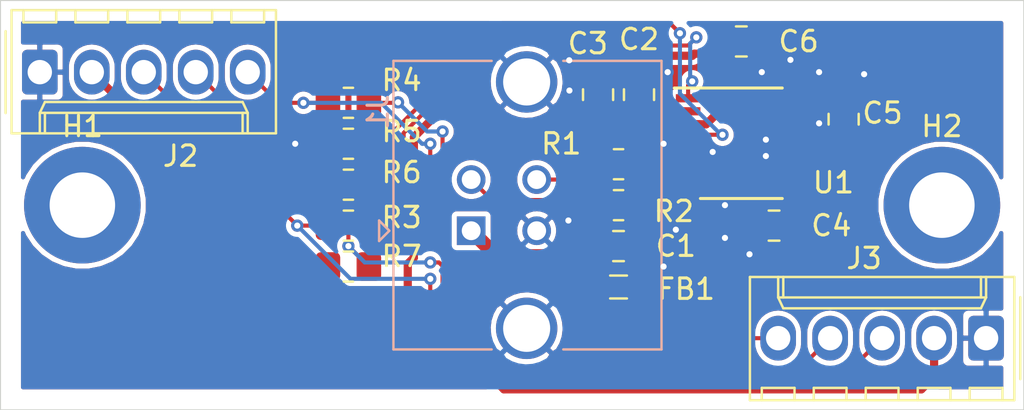
<source format=kicad_pcb>
(kicad_pcb (version 20171130) (host pcbnew 5.1.10-88a1d61d58~88~ubuntu18.04.1)

  (general
    (thickness 1.6)
    (drawings 16)
    (tracks 157)
    (zones 0)
    (modules 20)
    (nets 21)
  )

  (page A4)
  (layers
    (0 F.Cu signal)
    (31 B.Cu signal)
    (32 B.Adhes user hide)
    (33 F.Adhes user hide)
    (34 B.Paste user hide)
    (35 F.Paste user hide)
    (36 B.SilkS user hide)
    (37 F.SilkS user)
    (38 B.Mask user hide)
    (39 F.Mask user hide)
    (40 Dwgs.User user hide)
    (41 Cmts.User user hide)
    (42 Eco1.User user hide)
    (43 Eco2.User user hide)
    (44 Edge.Cuts user)
    (45 Margin user hide)
    (46 B.CrtYd user hide)
    (47 F.CrtYd user hide)
    (48 B.Fab user hide)
    (49 F.Fab user hide)
  )

  (setup
    (last_trace_width 0.25)
    (user_trace_width 0.2)
    (user_trace_width 0.3)
    (user_trace_width 0.4)
    (user_trace_width 0.5)
    (user_trace_width 0.7)
    (user_trace_width 1)
    (user_trace_width 1.2)
    (user_trace_width 1.5)
    (trace_clearance 0.2)
    (zone_clearance 0.25)
    (zone_45_only no)
    (trace_min 0.2)
    (via_size 0.8)
    (via_drill 0.4)
    (via_min_size 0.4)
    (via_min_drill 0.3)
    (user_via 0.6 0.3)
    (user_via 0.9 0.5)
    (user_via 1.5 1)
    (user_via 1.6 1.1)
    (user_via 3 2.2)
    (uvia_size 0.3)
    (uvia_drill 0.1)
    (uvias_allowed no)
    (uvia_min_size 0.2)
    (uvia_min_drill 0.1)
    (edge_width 0.05)
    (segment_width 0.2)
    (pcb_text_width 0.3)
    (pcb_text_size 1.5 1.5)
    (mod_edge_width 0.12)
    (mod_text_size 1 1)
    (mod_text_width 0.15)
    (pad_size 1.524 1.524)
    (pad_drill 0.762)
    (pad_to_mask_clearance 0)
    (aux_axis_origin 0 0)
    (visible_elements 7FFFFFFF)
    (pcbplotparams
      (layerselection 0x011fc_ffffffff)
      (usegerberextensions false)
      (usegerberattributes true)
      (usegerberadvancedattributes true)
      (creategerberjobfile true)
      (excludeedgelayer true)
      (linewidth 0.100000)
      (plotframeref false)
      (viasonmask false)
      (mode 1)
      (useauxorigin false)
      (hpglpennumber 1)
      (hpglpenspeed 20)
      (hpglpendiameter 15.000000)
      (psnegative false)
      (psa4output false)
      (plotreference true)
      (plotvalue false)
      (plotinvisibletext false)
      (padsonsilk false)
      (subtractmaskfromsilk false)
      (outputformat 1)
      (mirror false)
      (drillshape 0)
      (scaleselection 1)
      (outputdirectory "plot/"))
  )

  (net 0 "")
  (net 1 "Net-(J2-Pad5)")
  (net 2 "Net-(J2-Pad4)")
  (net 3 "Net-(J2-Pad3)")
  (net 4 "Net-(U1-Pad16)")
  (net 5 "Net-(U1-Pad15)")
  (net 6 "Net-(U1-Pad14)")
  (net 7 "Net-(U1-Pad7)")
  (net 8 "Net-(U1-Pad6)")
  (net 9 "Net-(U1-Pad2)")
  (net 10 GND)
  (net 11 "Net-(C1-Pad1)")
  (net 12 "Net-(C2-Pad1)")
  (net 13 "Net-(C3-Pad1)")
  (net 14 "Net-(C4-Pad1)")
  (net 15 VBUS)
  (net 16 +3V3)
  (net 17 "Net-(R1-Pad1)")
  (net 18 "Net-(R2-Pad1)")
  (net 19 "Net-(R3-Pad2)")
  (net 20 "Net-(R6-Pad1)")

  (net_class Default "This is the default net class."
    (clearance 0.2)
    (trace_width 0.25)
    (via_dia 0.8)
    (via_drill 0.4)
    (uvia_dia 0.3)
    (uvia_drill 0.1)
    (add_net +3V3)
    (add_net GND)
    (add_net "Net-(C1-Pad1)")
    (add_net "Net-(C2-Pad1)")
    (add_net "Net-(C3-Pad1)")
    (add_net "Net-(C4-Pad1)")
    (add_net "Net-(J2-Pad3)")
    (add_net "Net-(J2-Pad4)")
    (add_net "Net-(J2-Pad5)")
    (add_net "Net-(R1-Pad1)")
    (add_net "Net-(R2-Pad1)")
    (add_net "Net-(R3-Pad2)")
    (add_net "Net-(R6-Pad1)")
    (add_net "Net-(U1-Pad14)")
    (add_net "Net-(U1-Pad15)")
    (add_net "Net-(U1-Pad16)")
    (add_net "Net-(U1-Pad2)")
    (add_net "Net-(U1-Pad6)")
    (add_net "Net-(U1-Pad7)")
    (add_net VBUS)
  )

  (module Connector_Molex:Molex_KK-254_AE-6410-05A_1x05_P2.54mm_Vertical (layer F.Cu) (tedit 5EA53D3B) (tstamp 608AE8F1)
    (at 48.16 16.5 180)
    (descr "Molex KK-254 Interconnect System, old/engineering part number: AE-6410-05A example for new part number: 22-27-2051, 5 Pins (http://www.molex.com/pdm_docs/sd/022272021_sd.pdf), generated with kicad-footprint-generator")
    (tags "connector Molex KK-254 vertical")
    (path /608AEF92)
    (fp_text reference J3 (at 5.96 3.9) (layer F.SilkS)
      (effects (font (size 1 1) (thickness 0.15)))
    )
    (fp_text value Conn_01x05_Male (at 5.08 4.08) (layer F.Fab)
      (effects (font (size 1 1) (thickness 0.15)))
    )
    (fp_line (start -1.27 -2.92) (end -1.27 2.88) (layer F.Fab) (width 0.1))
    (fp_line (start -1.27 2.88) (end 11.43 2.88) (layer F.Fab) (width 0.1))
    (fp_line (start 11.43 2.88) (end 11.43 -2.92) (layer F.Fab) (width 0.1))
    (fp_line (start 11.43 -2.92) (end -1.27 -2.92) (layer F.Fab) (width 0.1))
    (fp_line (start -1.38 -3.03) (end -1.38 2.99) (layer F.SilkS) (width 0.12))
    (fp_line (start -1.38 2.99) (end 11.54 2.99) (layer F.SilkS) (width 0.12))
    (fp_line (start 11.54 2.99) (end 11.54 -3.03) (layer F.SilkS) (width 0.12))
    (fp_line (start 11.54 -3.03) (end -1.38 -3.03) (layer F.SilkS) (width 0.12))
    (fp_line (start -1.67 -2) (end -1.67 2) (layer F.SilkS) (width 0.12))
    (fp_line (start -1.27 -0.5) (end -0.562893 0) (layer F.Fab) (width 0.1))
    (fp_line (start -0.562893 0) (end -1.27 0.5) (layer F.Fab) (width 0.1))
    (fp_line (start 0 2.99) (end 0 1.99) (layer F.SilkS) (width 0.12))
    (fp_line (start 0 1.99) (end 10.16 1.99) (layer F.SilkS) (width 0.12))
    (fp_line (start 10.16 1.99) (end 10.16 2.99) (layer F.SilkS) (width 0.12))
    (fp_line (start 0 1.99) (end 0.25 1.46) (layer F.SilkS) (width 0.12))
    (fp_line (start 0.25 1.46) (end 9.91 1.46) (layer F.SilkS) (width 0.12))
    (fp_line (start 9.91 1.46) (end 10.16 1.99) (layer F.SilkS) (width 0.12))
    (fp_line (start 0.25 2.99) (end 0.25 1.99) (layer F.SilkS) (width 0.12))
    (fp_line (start 9.91 2.99) (end 9.91 1.99) (layer F.SilkS) (width 0.12))
    (fp_line (start -0.8 -3.03) (end -0.8 -2.43) (layer F.SilkS) (width 0.12))
    (fp_line (start -0.8 -2.43) (end 0.8 -2.43) (layer F.SilkS) (width 0.12))
    (fp_line (start 0.8 -2.43) (end 0.8 -3.03) (layer F.SilkS) (width 0.12))
    (fp_line (start 1.74 -3.03) (end 1.74 -2.43) (layer F.SilkS) (width 0.12))
    (fp_line (start 1.74 -2.43) (end 3.34 -2.43) (layer F.SilkS) (width 0.12))
    (fp_line (start 3.34 -2.43) (end 3.34 -3.03) (layer F.SilkS) (width 0.12))
    (fp_line (start 4.28 -3.03) (end 4.28 -2.43) (layer F.SilkS) (width 0.12))
    (fp_line (start 4.28 -2.43) (end 5.88 -2.43) (layer F.SilkS) (width 0.12))
    (fp_line (start 5.88 -2.43) (end 5.88 -3.03) (layer F.SilkS) (width 0.12))
    (fp_line (start 6.82 -3.03) (end 6.82 -2.43) (layer F.SilkS) (width 0.12))
    (fp_line (start 6.82 -2.43) (end 8.42 -2.43) (layer F.SilkS) (width 0.12))
    (fp_line (start 8.42 -2.43) (end 8.42 -3.03) (layer F.SilkS) (width 0.12))
    (fp_line (start 9.36 -3.03) (end 9.36 -2.43) (layer F.SilkS) (width 0.12))
    (fp_line (start 9.36 -2.43) (end 10.96 -2.43) (layer F.SilkS) (width 0.12))
    (fp_line (start 10.96 -2.43) (end 10.96 -3.03) (layer F.SilkS) (width 0.12))
    (fp_line (start -1.77 -3.42) (end -1.77 3.38) (layer F.CrtYd) (width 0.05))
    (fp_line (start -1.77 3.38) (end 11.93 3.38) (layer F.CrtYd) (width 0.05))
    (fp_line (start 11.93 3.38) (end 11.93 -3.42) (layer F.CrtYd) (width 0.05))
    (fp_line (start 11.93 -3.42) (end -1.77 -3.42) (layer F.CrtYd) (width 0.05))
    (fp_text user %R (at 5.08 -2.22) (layer F.Fab)
      (effects (font (size 1 1) (thickness 0.15)))
    )
    (pad 5 thru_hole oval (at 10.16 0 180) (size 1.74 2.19) (drill 1.19) (layers *.Cu *.Mask)
      (net 1 "Net-(J2-Pad5)"))
    (pad 4 thru_hole oval (at 7.62 0 180) (size 1.74 2.19) (drill 1.19) (layers *.Cu *.Mask)
      (net 2 "Net-(J2-Pad4)"))
    (pad 3 thru_hole oval (at 5.08 0 180) (size 1.74 2.19) (drill 1.19) (layers *.Cu *.Mask)
      (net 3 "Net-(J2-Pad3)"))
    (pad 2 thru_hole oval (at 2.54 0 180) (size 1.74 2.19) (drill 1.19) (layers *.Cu *.Mask)
      (net 16 +3V3))
    (pad 1 thru_hole roundrect (at 0 0 180) (size 1.74 2.19) (drill 1.19) (layers *.Cu *.Mask) (roundrect_rratio 0.1436775862068966)
      (net 10 GND))
    (model ${KISYS3DMOD}/Connector_Molex.3dshapes/Molex_KK-254_AE-6410-05A_1x05_P2.54mm_Vertical.wrl
      (at (xyz 0 0 0))
      (scale (xyz 1 1 1))
      (rotate (xyz 0 0 0))
    )
  )

  (module Resistor_SMD:R_0805_2012Metric_Pad1.20x1.40mm_HandSolder (layer F.Cu) (tedit 5F68FEEE) (tstamp 608A95D1)
    (at 17 13 180)
    (descr "Resistor SMD 0805 (2012 Metric), square (rectangular) end terminal, IPC_7351 nominal with elongated pad for handsoldering. (Body size source: IPC-SM-782 page 72, https://www.pcb-3d.com/wordpress/wp-content/uploads/ipc-sm-782a_amendment_1_and_2.pdf), generated with kicad-footprint-generator")
    (tags "resistor handsolder")
    (path /6091078E)
    (attr smd)
    (fp_text reference R7 (at -2.6 0.5) (layer F.SilkS)
      (effects (font (size 1 1) (thickness 0.15)))
    )
    (fp_text value 22k (at 0 1.65) (layer F.Fab)
      (effects (font (size 1 1) (thickness 0.15)))
    )
    (fp_line (start -1 0.625) (end -1 -0.625) (layer F.Fab) (width 0.1))
    (fp_line (start -1 -0.625) (end 1 -0.625) (layer F.Fab) (width 0.1))
    (fp_line (start 1 -0.625) (end 1 0.625) (layer F.Fab) (width 0.1))
    (fp_line (start 1 0.625) (end -1 0.625) (layer F.Fab) (width 0.1))
    (fp_line (start -0.227064 -0.735) (end 0.227064 -0.735) (layer F.SilkS) (width 0.12))
    (fp_line (start -0.227064 0.735) (end 0.227064 0.735) (layer F.SilkS) (width 0.12))
    (fp_line (start -1.85 0.95) (end -1.85 -0.95) (layer F.CrtYd) (width 0.05))
    (fp_line (start -1.85 -0.95) (end 1.85 -0.95) (layer F.CrtYd) (width 0.05))
    (fp_line (start 1.85 -0.95) (end 1.85 0.95) (layer F.CrtYd) (width 0.05))
    (fp_line (start 1.85 0.95) (end -1.85 0.95) (layer F.CrtYd) (width 0.05))
    (fp_text user %R (at 0 0) (layer F.Fab)
      (effects (font (size 0.5 0.5) (thickness 0.08)))
    )
    (pad 2 smd roundrect (at 1 0 180) (size 1.2 1.4) (layers F.Cu F.Paste F.Mask) (roundrect_rratio 0.2083325)
      (net 16 +3V3))
    (pad 1 smd roundrect (at -1 0 180) (size 1.2 1.4) (layers F.Cu F.Paste F.Mask) (roundrect_rratio 0.2083325)
      (net 2 "Net-(J2-Pad4)"))
    (model ${KISYS3DMOD}/Resistor_SMD.3dshapes/R_0805_2012Metric.wrl
      (at (xyz 0 0 0))
      (scale (xyz 1 1 1))
      (rotate (xyz 0 0 0))
    )
  )

  (module Resistor_SMD:R_0805_2012Metric_Pad1.20x1.40mm_HandSolder (layer F.Cu) (tedit 5F68FEEE) (tstamp 608A95C0)
    (at 17 9 180)
    (descr "Resistor SMD 0805 (2012 Metric), square (rectangular) end terminal, IPC_7351 nominal with elongated pad for handsoldering. (Body size source: IPC-SM-782 page 72, https://www.pcb-3d.com/wordpress/wp-content/uploads/ipc-sm-782a_amendment_1_and_2.pdf), generated with kicad-footprint-generator")
    (tags "resistor handsolder")
    (path /6090552D)
    (attr smd)
    (fp_text reference R6 (at -2.6 0.6) (layer F.SilkS)
      (effects (font (size 1 1) (thickness 0.15)))
    )
    (fp_text value 100R (at 0 1.65) (layer F.Fab)
      (effects (font (size 1 1) (thickness 0.15)))
    )
    (fp_line (start -1 0.625) (end -1 -0.625) (layer F.Fab) (width 0.1))
    (fp_line (start -1 -0.625) (end 1 -0.625) (layer F.Fab) (width 0.1))
    (fp_line (start 1 -0.625) (end 1 0.625) (layer F.Fab) (width 0.1))
    (fp_line (start 1 0.625) (end -1 0.625) (layer F.Fab) (width 0.1))
    (fp_line (start -0.227064 -0.735) (end 0.227064 -0.735) (layer F.SilkS) (width 0.12))
    (fp_line (start -0.227064 0.735) (end 0.227064 0.735) (layer F.SilkS) (width 0.12))
    (fp_line (start -1.85 0.95) (end -1.85 -0.95) (layer F.CrtYd) (width 0.05))
    (fp_line (start -1.85 -0.95) (end 1.85 -0.95) (layer F.CrtYd) (width 0.05))
    (fp_line (start 1.85 -0.95) (end 1.85 0.95) (layer F.CrtYd) (width 0.05))
    (fp_line (start 1.85 0.95) (end -1.85 0.95) (layer F.CrtYd) (width 0.05))
    (fp_text user %R (at 0 0) (layer F.Fab)
      (effects (font (size 0.5 0.5) (thickness 0.08)))
    )
    (pad 2 smd roundrect (at 1 0 180) (size 1.2 1.4) (layers F.Cu F.Paste F.Mask) (roundrect_rratio 0.2083325)
      (net 2 "Net-(J2-Pad4)"))
    (pad 1 smd roundrect (at -1 0 180) (size 1.2 1.4) (layers F.Cu F.Paste F.Mask) (roundrect_rratio 0.2083325)
      (net 20 "Net-(R6-Pad1)"))
    (model ${KISYS3DMOD}/Resistor_SMD.3dshapes/R_0805_2012Metric.wrl
      (at (xyz 0 0 0))
      (scale (xyz 1 1 1))
      (rotate (xyz 0 0 0))
    )
  )

  (module Resistor_SMD:R_0805_2012Metric_Pad1.20x1.40mm_HandSolder (layer F.Cu) (tedit 5F68FEEE) (tstamp 608A95AF)
    (at 17 7)
    (descr "Resistor SMD 0805 (2012 Metric), square (rectangular) end terminal, IPC_7351 nominal with elongated pad for handsoldering. (Body size source: IPC-SM-782 page 72, https://www.pcb-3d.com/wordpress/wp-content/uploads/ipc-sm-782a_amendment_1_and_2.pdf), generated with kicad-footprint-generator")
    (tags "resistor handsolder")
    (path /608EB4D8)
    (attr smd)
    (fp_text reference R5 (at 2.6 -0.6) (layer F.SilkS)
      (effects (font (size 1 1) (thickness 0.15)))
    )
    (fp_text value 22k (at 0 1.65) (layer F.Fab)
      (effects (font (size 1 1) (thickness 0.15)))
    )
    (fp_line (start -1 0.625) (end -1 -0.625) (layer F.Fab) (width 0.1))
    (fp_line (start -1 -0.625) (end 1 -0.625) (layer F.Fab) (width 0.1))
    (fp_line (start 1 -0.625) (end 1 0.625) (layer F.Fab) (width 0.1))
    (fp_line (start 1 0.625) (end -1 0.625) (layer F.Fab) (width 0.1))
    (fp_line (start -0.227064 -0.735) (end 0.227064 -0.735) (layer F.SilkS) (width 0.12))
    (fp_line (start -0.227064 0.735) (end 0.227064 0.735) (layer F.SilkS) (width 0.12))
    (fp_line (start -1.85 0.95) (end -1.85 -0.95) (layer F.CrtYd) (width 0.05))
    (fp_line (start -1.85 -0.95) (end 1.85 -0.95) (layer F.CrtYd) (width 0.05))
    (fp_line (start 1.85 -0.95) (end 1.85 0.95) (layer F.CrtYd) (width 0.05))
    (fp_line (start 1.85 0.95) (end -1.85 0.95) (layer F.CrtYd) (width 0.05))
    (fp_text user %R (at 0 0) (layer F.Fab)
      (effects (font (size 0.5 0.5) (thickness 0.08)))
    )
    (pad 2 smd roundrect (at 1 0) (size 1.2 1.4) (layers F.Cu F.Paste F.Mask) (roundrect_rratio 0.2083325)
      (net 1 "Net-(J2-Pad5)"))
    (pad 1 smd roundrect (at -1 0) (size 1.2 1.4) (layers F.Cu F.Paste F.Mask) (roundrect_rratio 0.2083325)
      (net 10 GND))
    (model ${KISYS3DMOD}/Resistor_SMD.3dshapes/R_0805_2012Metric.wrl
      (at (xyz 0 0 0))
      (scale (xyz 1 1 1))
      (rotate (xyz 0 0 0))
    )
  )

  (module Resistor_SMD:R_0805_2012Metric_Pad1.20x1.40mm_HandSolder (layer F.Cu) (tedit 5F68FEEE) (tstamp 608A959E)
    (at 17 5)
    (descr "Resistor SMD 0805 (2012 Metric), square (rectangular) end terminal, IPC_7351 nominal with elongated pad for handsoldering. (Body size source: IPC-SM-782 page 72, https://www.pcb-3d.com/wordpress/wp-content/uploads/ipc-sm-782a_amendment_1_and_2.pdf), generated with kicad-footprint-generator")
    (tags "resistor handsolder")
    (path /608E6E1C)
    (attr smd)
    (fp_text reference R4 (at 2.6 -1.1) (layer F.SilkS)
      (effects (font (size 1 1) (thickness 0.15)))
    )
    (fp_text value 10k (at 0 1.65) (layer F.Fab)
      (effects (font (size 1 1) (thickness 0.15)))
    )
    (fp_line (start -1 0.625) (end -1 -0.625) (layer F.Fab) (width 0.1))
    (fp_line (start -1 -0.625) (end 1 -0.625) (layer F.Fab) (width 0.1))
    (fp_line (start 1 -0.625) (end 1 0.625) (layer F.Fab) (width 0.1))
    (fp_line (start 1 0.625) (end -1 0.625) (layer F.Fab) (width 0.1))
    (fp_line (start -0.227064 -0.735) (end 0.227064 -0.735) (layer F.SilkS) (width 0.12))
    (fp_line (start -0.227064 0.735) (end 0.227064 0.735) (layer F.SilkS) (width 0.12))
    (fp_line (start -1.85 0.95) (end -1.85 -0.95) (layer F.CrtYd) (width 0.05))
    (fp_line (start -1.85 -0.95) (end 1.85 -0.95) (layer F.CrtYd) (width 0.05))
    (fp_line (start 1.85 -0.95) (end 1.85 0.95) (layer F.CrtYd) (width 0.05))
    (fp_line (start 1.85 0.95) (end -1.85 0.95) (layer F.CrtYd) (width 0.05))
    (fp_text user %R (at 0 0) (layer F.Fab)
      (effects (font (size 0.5 0.5) (thickness 0.08)))
    )
    (pad 2 smd roundrect (at 1 0) (size 1.2 1.4) (layers F.Cu F.Paste F.Mask) (roundrect_rratio 0.2083325)
      (net 15 VBUS))
    (pad 1 smd roundrect (at -1 0) (size 1.2 1.4) (layers F.Cu F.Paste F.Mask) (roundrect_rratio 0.2083325)
      (net 1 "Net-(J2-Pad5)"))
    (model ${KISYS3DMOD}/Resistor_SMD.3dshapes/R_0805_2012Metric.wrl
      (at (xyz 0 0 0))
      (scale (xyz 1 1 1))
      (rotate (xyz 0 0 0))
    )
  )

  (module Resistor_SMD:R_0805_2012Metric_Pad1.20x1.40mm_HandSolder (layer F.Cu) (tedit 5F68FEEE) (tstamp 608AA919)
    (at 17 11)
    (descr "Resistor SMD 0805 (2012 Metric), square (rectangular) end terminal, IPC_7351 nominal with elongated pad for handsoldering. (Body size source: IPC-SM-782 page 72, https://www.pcb-3d.com/wordpress/wp-content/uploads/ipc-sm-782a_amendment_1_and_2.pdf), generated with kicad-footprint-generator")
    (tags "resistor handsolder")
    (path /60904768)
    (attr smd)
    (fp_text reference R3 (at 2.6 -0.4) (layer F.SilkS)
      (effects (font (size 1 1) (thickness 0.15)))
    )
    (fp_text value 100R (at 0 1.65) (layer F.Fab)
      (effects (font (size 1 1) (thickness 0.15)))
    )
    (fp_line (start -1 0.625) (end -1 -0.625) (layer F.Fab) (width 0.1))
    (fp_line (start -1 -0.625) (end 1 -0.625) (layer F.Fab) (width 0.1))
    (fp_line (start 1 -0.625) (end 1 0.625) (layer F.Fab) (width 0.1))
    (fp_line (start 1 0.625) (end -1 0.625) (layer F.Fab) (width 0.1))
    (fp_line (start -0.227064 -0.735) (end 0.227064 -0.735) (layer F.SilkS) (width 0.12))
    (fp_line (start -0.227064 0.735) (end 0.227064 0.735) (layer F.SilkS) (width 0.12))
    (fp_line (start -1.85 0.95) (end -1.85 -0.95) (layer F.CrtYd) (width 0.05))
    (fp_line (start -1.85 -0.95) (end 1.85 -0.95) (layer F.CrtYd) (width 0.05))
    (fp_line (start 1.85 -0.95) (end 1.85 0.95) (layer F.CrtYd) (width 0.05))
    (fp_line (start 1.85 0.95) (end -1.85 0.95) (layer F.CrtYd) (width 0.05))
    (fp_text user %R (at 0 0) (layer F.Fab)
      (effects (font (size 0.5 0.5) (thickness 0.08)))
    )
    (pad 2 smd roundrect (at 1 0) (size 1.2 1.4) (layers F.Cu F.Paste F.Mask) (roundrect_rratio 0.2083325)
      (net 19 "Net-(R3-Pad2)"))
    (pad 1 smd roundrect (at -1 0) (size 1.2 1.4) (layers F.Cu F.Paste F.Mask) (roundrect_rratio 0.2083325)
      (net 3 "Net-(J2-Pad3)"))
    (model ${KISYS3DMOD}/Resistor_SMD.3dshapes/R_0805_2012Metric.wrl
      (at (xyz 0 0 0))
      (scale (xyz 1 1 1))
      (rotate (xyz 0 0 0))
    )
  )

  (module Resistor_SMD:R_0805_2012Metric_Pad1.20x1.40mm_HandSolder (layer F.Cu) (tedit 5F68FEEE) (tstamp 608A957C)
    (at 30.2 10 180)
    (descr "Resistor SMD 0805 (2012 Metric), square (rectangular) end terminal, IPC_7351 nominal with elongated pad for handsoldering. (Body size source: IPC-SM-782 page 72, https://www.pcb-3d.com/wordpress/wp-content/uploads/ipc-sm-782a_amendment_1_and_2.pdf), generated with kicad-footprint-generator")
    (tags "resistor handsolder")
    (path /608AE0C9)
    (attr smd)
    (fp_text reference R2 (at -2.7 -0.3) (layer F.SilkS)
      (effects (font (size 1 1) (thickness 0.15)))
    )
    (fp_text value 27R (at 0 1.65) (layer F.Fab)
      (effects (font (size 1 1) (thickness 0.15)))
    )
    (fp_line (start -1 0.625) (end -1 -0.625) (layer F.Fab) (width 0.1))
    (fp_line (start -1 -0.625) (end 1 -0.625) (layer F.Fab) (width 0.1))
    (fp_line (start 1 -0.625) (end 1 0.625) (layer F.Fab) (width 0.1))
    (fp_line (start 1 0.625) (end -1 0.625) (layer F.Fab) (width 0.1))
    (fp_line (start -0.227064 -0.735) (end 0.227064 -0.735) (layer F.SilkS) (width 0.12))
    (fp_line (start -0.227064 0.735) (end 0.227064 0.735) (layer F.SilkS) (width 0.12))
    (fp_line (start -1.85 0.95) (end -1.85 -0.95) (layer F.CrtYd) (width 0.05))
    (fp_line (start -1.85 -0.95) (end 1.85 -0.95) (layer F.CrtYd) (width 0.05))
    (fp_line (start 1.85 -0.95) (end 1.85 0.95) (layer F.CrtYd) (width 0.05))
    (fp_line (start 1.85 0.95) (end -1.85 0.95) (layer F.CrtYd) (width 0.05))
    (fp_text user %R (at 0 0) (layer F.Fab)
      (effects (font (size 0.5 0.5) (thickness 0.08)))
    )
    (pad 2 smd roundrect (at 1 0 180) (size 1.2 1.4) (layers F.Cu F.Paste F.Mask) (roundrect_rratio 0.2083325)
      (net 12 "Net-(C2-Pad1)"))
    (pad 1 smd roundrect (at -1 0 180) (size 1.2 1.4) (layers F.Cu F.Paste F.Mask) (roundrect_rratio 0.2083325)
      (net 18 "Net-(R2-Pad1)"))
    (model ${KISYS3DMOD}/Resistor_SMD.3dshapes/R_0805_2012Metric.wrl
      (at (xyz 0 0 0))
      (scale (xyz 1 1 1))
      (rotate (xyz 0 0 0))
    )
  )

  (module Resistor_SMD:R_0805_2012Metric_Pad1.20x1.40mm_HandSolder (layer F.Cu) (tedit 5F68FEEE) (tstamp 608A956B)
    (at 30.2 8 180)
    (descr "Resistor SMD 0805 (2012 Metric), square (rectangular) end terminal, IPC_7351 nominal with elongated pad for handsoldering. (Body size source: IPC-SM-782 page 72, https://www.pcb-3d.com/wordpress/wp-content/uploads/ipc-sm-782a_amendment_1_and_2.pdf), generated with kicad-footprint-generator")
    (tags "resistor handsolder")
    (path /608AA1DF)
    (attr smd)
    (fp_text reference R1 (at 2.8 1) (layer F.SilkS)
      (effects (font (size 1 1) (thickness 0.15)))
    )
    (fp_text value 27R (at 0 1.65) (layer F.Fab)
      (effects (font (size 1 1) (thickness 0.15)))
    )
    (fp_line (start -1 0.625) (end -1 -0.625) (layer F.Fab) (width 0.1))
    (fp_line (start -1 -0.625) (end 1 -0.625) (layer F.Fab) (width 0.1))
    (fp_line (start 1 -0.625) (end 1 0.625) (layer F.Fab) (width 0.1))
    (fp_line (start 1 0.625) (end -1 0.625) (layer F.Fab) (width 0.1))
    (fp_line (start -0.227064 -0.735) (end 0.227064 -0.735) (layer F.SilkS) (width 0.12))
    (fp_line (start -0.227064 0.735) (end 0.227064 0.735) (layer F.SilkS) (width 0.12))
    (fp_line (start -1.85 0.95) (end -1.85 -0.95) (layer F.CrtYd) (width 0.05))
    (fp_line (start -1.85 -0.95) (end 1.85 -0.95) (layer F.CrtYd) (width 0.05))
    (fp_line (start 1.85 -0.95) (end 1.85 0.95) (layer F.CrtYd) (width 0.05))
    (fp_line (start 1.85 0.95) (end -1.85 0.95) (layer F.CrtYd) (width 0.05))
    (fp_text user %R (at 0 0) (layer F.Fab)
      (effects (font (size 0.5 0.5) (thickness 0.08)))
    )
    (pad 2 smd roundrect (at 1 0 180) (size 1.2 1.4) (layers F.Cu F.Paste F.Mask) (roundrect_rratio 0.2083325)
      (net 13 "Net-(C3-Pad1)"))
    (pad 1 smd roundrect (at -1 0 180) (size 1.2 1.4) (layers F.Cu F.Paste F.Mask) (roundrect_rratio 0.2083325)
      (net 17 "Net-(R1-Pad1)"))
    (model ${KISYS3DMOD}/Resistor_SMD.3dshapes/R_0805_2012Metric.wrl
      (at (xyz 0 0 0))
      (scale (xyz 1 1 1))
      (rotate (xyz 0 0 0))
    )
  )

  (module Inductor_SMD:L_0805_2012Metric_Pad1.05x1.20mm_HandSolder (layer F.Cu) (tedit 5F68FEF0) (tstamp 608A94A8)
    (at 30.2 14 180)
    (descr "Inductor SMD 0805 (2012 Metric), square (rectangular) end terminal, IPC_7351 nominal with elongated pad for handsoldering. (Body size source: IPC-SM-782 page 80, https://www.pcb-3d.com/wordpress/wp-content/uploads/ipc-sm-782a_amendment_1_and_2.pdf), generated with kicad-footprint-generator")
    (tags "inductor handsolder")
    (path /608A98EC)
    (attr smd)
    (fp_text reference FB1 (at -3.3 -0.1) (layer F.SilkS)
      (effects (font (size 1 1) (thickness 0.15)))
    )
    (fp_text value Ferrite_Bead_Small (at 0 1.55) (layer F.Fab)
      (effects (font (size 1 1) (thickness 0.15)))
    )
    (fp_line (start -1 0.45) (end -1 -0.45) (layer F.Fab) (width 0.1))
    (fp_line (start -1 -0.45) (end 1 -0.45) (layer F.Fab) (width 0.1))
    (fp_line (start 1 -0.45) (end 1 0.45) (layer F.Fab) (width 0.1))
    (fp_line (start 1 0.45) (end -1 0.45) (layer F.Fab) (width 0.1))
    (fp_line (start -0.410242 -0.56) (end 0.410242 -0.56) (layer F.SilkS) (width 0.12))
    (fp_line (start -0.410242 0.56) (end 0.410242 0.56) (layer F.SilkS) (width 0.12))
    (fp_line (start -1.92 0.85) (end -1.92 -0.85) (layer F.CrtYd) (width 0.05))
    (fp_line (start -1.92 -0.85) (end 1.92 -0.85) (layer F.CrtYd) (width 0.05))
    (fp_line (start 1.92 -0.85) (end 1.92 0.85) (layer F.CrtYd) (width 0.05))
    (fp_line (start 1.92 0.85) (end -1.92 0.85) (layer F.CrtYd) (width 0.05))
    (fp_text user %R (at 0 0) (layer F.Fab)
      (effects (font (size 0.5 0.5) (thickness 0.08)))
    )
    (pad 2 smd roundrect (at 1.15 0 180) (size 1.05 1.2) (layers F.Cu F.Paste F.Mask) (roundrect_rratio 0.2380942857142857)
      (net 11 "Net-(C1-Pad1)"))
    (pad 1 smd roundrect (at -1.15 0 180) (size 1.05 1.2) (layers F.Cu F.Paste F.Mask) (roundrect_rratio 0.2380942857142857)
      (net 15 VBUS))
    (model ${KISYS3DMOD}/Inductor_SMD.3dshapes/L_0805_2012Metric.wrl
      (at (xyz 0 0 0))
      (scale (xyz 1 1 1))
      (rotate (xyz 0 0 0))
    )
  )

  (module Capacitor_SMD:C_0805_2012Metric_Pad1.18x1.45mm_HandSolder (layer F.Cu) (tedit 5F68FEEF) (tstamp 608A9497)
    (at 36.2 2 180)
    (descr "Capacitor SMD 0805 (2012 Metric), square (rectangular) end terminal, IPC_7351 nominal with elongated pad for handsoldering. (Body size source: IPC-SM-782 page 76, https://www.pcb-3d.com/wordpress/wp-content/uploads/ipc-sm-782a_amendment_1_and_2.pdf, https://docs.google.com/spreadsheets/d/1BsfQQcO9C6DZCsRaXUlFlo91Tg2WpOkGARC1WS5S8t0/edit?usp=sharing), generated with kicad-footprint-generator")
    (tags "capacitor handsolder")
    (path /608B504B)
    (attr smd)
    (fp_text reference C6 (at -2.8 0) (layer F.SilkS)
      (effects (font (size 1 1) (thickness 0.15)))
    )
    (fp_text value 100n (at 0 1.68) (layer F.Fab)
      (effects (font (size 1 1) (thickness 0.15)))
    )
    (fp_line (start -1 0.625) (end -1 -0.625) (layer F.Fab) (width 0.1))
    (fp_line (start -1 -0.625) (end 1 -0.625) (layer F.Fab) (width 0.1))
    (fp_line (start 1 -0.625) (end 1 0.625) (layer F.Fab) (width 0.1))
    (fp_line (start 1 0.625) (end -1 0.625) (layer F.Fab) (width 0.1))
    (fp_line (start -0.261252 -0.735) (end 0.261252 -0.735) (layer F.SilkS) (width 0.12))
    (fp_line (start -0.261252 0.735) (end 0.261252 0.735) (layer F.SilkS) (width 0.12))
    (fp_line (start -1.88 0.98) (end -1.88 -0.98) (layer F.CrtYd) (width 0.05))
    (fp_line (start -1.88 -0.98) (end 1.88 -0.98) (layer F.CrtYd) (width 0.05))
    (fp_line (start 1.88 -0.98) (end 1.88 0.98) (layer F.CrtYd) (width 0.05))
    (fp_line (start 1.88 0.98) (end -1.88 0.98) (layer F.CrtYd) (width 0.05))
    (fp_text user %R (at 0 0) (layer F.Fab)
      (effects (font (size 0.5 0.5) (thickness 0.08)))
    )
    (pad 2 smd roundrect (at 1.0375 0 180) (size 1.175 1.45) (layers F.Cu F.Paste F.Mask) (roundrect_rratio 0.2127659574468085)
      (net 16 +3V3))
    (pad 1 smd roundrect (at -1.0375 0 180) (size 1.175 1.45) (layers F.Cu F.Paste F.Mask) (roundrect_rratio 0.2127659574468085)
      (net 10 GND))
    (model ${KISYS3DMOD}/Capacitor_SMD.3dshapes/C_0805_2012Metric.wrl
      (at (xyz 0 0 0))
      (scale (xyz 1 1 1))
      (rotate (xyz 0 0 0))
    )
  )

  (module Capacitor_SMD:C_0805_2012Metric_Pad1.18x1.45mm_HandSolder (layer F.Cu) (tedit 5F68FEEF) (tstamp 608A9486)
    (at 41.2 5.8 90)
    (descr "Capacitor SMD 0805 (2012 Metric), square (rectangular) end terminal, IPC_7351 nominal with elongated pad for handsoldering. (Body size source: IPC-SM-782 page 76, https://www.pcb-3d.com/wordpress/wp-content/uploads/ipc-sm-782a_amendment_1_and_2.pdf, https://docs.google.com/spreadsheets/d/1BsfQQcO9C6DZCsRaXUlFlo91Tg2WpOkGARC1WS5S8t0/edit?usp=sharing), generated with kicad-footprint-generator")
    (tags "capacitor handsolder")
    (path /608B5B30)
    (attr smd)
    (fp_text reference C5 (at 0.3 1.9 180) (layer F.SilkS)
      (effects (font (size 1 1) (thickness 0.15)))
    )
    (fp_text value 1u (at 0 1.68 90) (layer F.Fab)
      (effects (font (size 1 1) (thickness 0.15)))
    )
    (fp_line (start -1 0.625) (end -1 -0.625) (layer F.Fab) (width 0.1))
    (fp_line (start -1 -0.625) (end 1 -0.625) (layer F.Fab) (width 0.1))
    (fp_line (start 1 -0.625) (end 1 0.625) (layer F.Fab) (width 0.1))
    (fp_line (start 1 0.625) (end -1 0.625) (layer F.Fab) (width 0.1))
    (fp_line (start -0.261252 -0.735) (end 0.261252 -0.735) (layer F.SilkS) (width 0.12))
    (fp_line (start -0.261252 0.735) (end 0.261252 0.735) (layer F.SilkS) (width 0.12))
    (fp_line (start -1.88 0.98) (end -1.88 -0.98) (layer F.CrtYd) (width 0.05))
    (fp_line (start -1.88 -0.98) (end 1.88 -0.98) (layer F.CrtYd) (width 0.05))
    (fp_line (start 1.88 -0.98) (end 1.88 0.98) (layer F.CrtYd) (width 0.05))
    (fp_line (start 1.88 0.98) (end -1.88 0.98) (layer F.CrtYd) (width 0.05))
    (fp_text user %R (at 0 0 90) (layer F.Fab)
      (effects (font (size 0.5 0.5) (thickness 0.08)))
    )
    (pad 2 smd roundrect (at 1.0375 0 90) (size 1.175 1.45) (layers F.Cu F.Paste F.Mask) (roundrect_rratio 0.2127659574468085)
      (net 10 GND))
    (pad 1 smd roundrect (at -1.0375 0 90) (size 1.175 1.45) (layers F.Cu F.Paste F.Mask) (roundrect_rratio 0.2127659574468085)
      (net 15 VBUS))
    (model ${KISYS3DMOD}/Capacitor_SMD.3dshapes/C_0805_2012Metric.wrl
      (at (xyz 0 0 0))
      (scale (xyz 1 1 1))
      (rotate (xyz 0 0 0))
    )
  )

  (module Capacitor_SMD:C_0805_2012Metric_Pad1.18x1.45mm_HandSolder (layer F.Cu) (tedit 5F68FEEF) (tstamp 608A9475)
    (at 37.8 11 180)
    (descr "Capacitor SMD 0805 (2012 Metric), square (rectangular) end terminal, IPC_7351 nominal with elongated pad for handsoldering. (Body size source: IPC-SM-782 page 76, https://www.pcb-3d.com/wordpress/wp-content/uploads/ipc-sm-782a_amendment_1_and_2.pdf, https://docs.google.com/spreadsheets/d/1BsfQQcO9C6DZCsRaXUlFlo91Tg2WpOkGARC1WS5S8t0/edit?usp=sharing), generated with kicad-footprint-generator")
    (tags "capacitor handsolder")
    (path /608AFCA6)
    (attr smd)
    (fp_text reference C4 (at -2.8 0) (layer F.SilkS)
      (effects (font (size 1 1) (thickness 0.15)))
    )
    (fp_text value 100n (at 0 1.68) (layer F.Fab)
      (effects (font (size 1 1) (thickness 0.15)))
    )
    (fp_line (start -1 0.625) (end -1 -0.625) (layer F.Fab) (width 0.1))
    (fp_line (start -1 -0.625) (end 1 -0.625) (layer F.Fab) (width 0.1))
    (fp_line (start 1 -0.625) (end 1 0.625) (layer F.Fab) (width 0.1))
    (fp_line (start 1 0.625) (end -1 0.625) (layer F.Fab) (width 0.1))
    (fp_line (start -0.261252 -0.735) (end 0.261252 -0.735) (layer F.SilkS) (width 0.12))
    (fp_line (start -0.261252 0.735) (end 0.261252 0.735) (layer F.SilkS) (width 0.12))
    (fp_line (start -1.88 0.98) (end -1.88 -0.98) (layer F.CrtYd) (width 0.05))
    (fp_line (start -1.88 -0.98) (end 1.88 -0.98) (layer F.CrtYd) (width 0.05))
    (fp_line (start 1.88 -0.98) (end 1.88 0.98) (layer F.CrtYd) (width 0.05))
    (fp_line (start 1.88 0.98) (end -1.88 0.98) (layer F.CrtYd) (width 0.05))
    (fp_text user %R (at 0 0) (layer F.Fab)
      (effects (font (size 0.5 0.5) (thickness 0.08)))
    )
    (pad 2 smd roundrect (at 1.0375 0 180) (size 1.175 1.45) (layers F.Cu F.Paste F.Mask) (roundrect_rratio 0.2127659574468085)
      (net 10 GND))
    (pad 1 smd roundrect (at -1.0375 0 180) (size 1.175 1.45) (layers F.Cu F.Paste F.Mask) (roundrect_rratio 0.2127659574468085)
      (net 14 "Net-(C4-Pad1)"))
    (model ${KISYS3DMOD}/Capacitor_SMD.3dshapes/C_0805_2012Metric.wrl
      (at (xyz 0 0 0))
      (scale (xyz 1 1 1))
      (rotate (xyz 0 0 0))
    )
  )

  (module Capacitor_SMD:C_0805_2012Metric_Pad1.18x1.45mm_HandSolder (layer F.Cu) (tedit 5F68FEEF) (tstamp 608A9464)
    (at 29.2 4.6 90)
    (descr "Capacitor SMD 0805 (2012 Metric), square (rectangular) end terminal, IPC_7351 nominal with elongated pad for handsoldering. (Body size source: IPC-SM-782 page 76, https://www.pcb-3d.com/wordpress/wp-content/uploads/ipc-sm-782a_amendment_1_and_2.pdf, https://docs.google.com/spreadsheets/d/1BsfQQcO9C6DZCsRaXUlFlo91Tg2WpOkGARC1WS5S8t0/edit?usp=sharing), generated with kicad-footprint-generator")
    (tags "capacitor handsolder")
    (path /608AFA36)
    (attr smd)
    (fp_text reference C3 (at 2.5 -0.5 180) (layer F.SilkS)
      (effects (font (size 1 1) (thickness 0.15)))
    )
    (fp_text value 47p (at 0 1.68 90) (layer F.Fab)
      (effects (font (size 1 1) (thickness 0.15)))
    )
    (fp_line (start -1 0.625) (end -1 -0.625) (layer F.Fab) (width 0.1))
    (fp_line (start -1 -0.625) (end 1 -0.625) (layer F.Fab) (width 0.1))
    (fp_line (start 1 -0.625) (end 1 0.625) (layer F.Fab) (width 0.1))
    (fp_line (start 1 0.625) (end -1 0.625) (layer F.Fab) (width 0.1))
    (fp_line (start -0.261252 -0.735) (end 0.261252 -0.735) (layer F.SilkS) (width 0.12))
    (fp_line (start -0.261252 0.735) (end 0.261252 0.735) (layer F.SilkS) (width 0.12))
    (fp_line (start -1.88 0.98) (end -1.88 -0.98) (layer F.CrtYd) (width 0.05))
    (fp_line (start -1.88 -0.98) (end 1.88 -0.98) (layer F.CrtYd) (width 0.05))
    (fp_line (start 1.88 -0.98) (end 1.88 0.98) (layer F.CrtYd) (width 0.05))
    (fp_line (start 1.88 0.98) (end -1.88 0.98) (layer F.CrtYd) (width 0.05))
    (fp_text user %R (at 0 0 90) (layer F.Fab)
      (effects (font (size 0.5 0.5) (thickness 0.08)))
    )
    (pad 2 smd roundrect (at 1.0375 0 90) (size 1.175 1.45) (layers F.Cu F.Paste F.Mask) (roundrect_rratio 0.2127659574468085)
      (net 10 GND))
    (pad 1 smd roundrect (at -1.0375 0 90) (size 1.175 1.45) (layers F.Cu F.Paste F.Mask) (roundrect_rratio 0.2127659574468085)
      (net 13 "Net-(C3-Pad1)"))
    (model ${KISYS3DMOD}/Capacitor_SMD.3dshapes/C_0805_2012Metric.wrl
      (at (xyz 0 0 0))
      (scale (xyz 1 1 1))
      (rotate (xyz 0 0 0))
    )
  )

  (module Capacitor_SMD:C_0805_2012Metric_Pad1.18x1.45mm_HandSolder (layer F.Cu) (tedit 5F68FEEF) (tstamp 608A9453)
    (at 31.2 4.6 90)
    (descr "Capacitor SMD 0805 (2012 Metric), square (rectangular) end terminal, IPC_7351 nominal with elongated pad for handsoldering. (Body size source: IPC-SM-782 page 76, https://www.pcb-3d.com/wordpress/wp-content/uploads/ipc-sm-782a_amendment_1_and_2.pdf, https://docs.google.com/spreadsheets/d/1BsfQQcO9C6DZCsRaXUlFlo91Tg2WpOkGARC1WS5S8t0/edit?usp=sharing), generated with kicad-footprint-generator")
    (tags "capacitor handsolder")
    (path /608AA81E)
    (attr smd)
    (fp_text reference C2 (at 2.7 0 180) (layer F.SilkS)
      (effects (font (size 1 1) (thickness 0.15)))
    )
    (fp_text value 47p (at 0 1.68 90) (layer F.Fab)
      (effects (font (size 1 1) (thickness 0.15)))
    )
    (fp_line (start -1 0.625) (end -1 -0.625) (layer F.Fab) (width 0.1))
    (fp_line (start -1 -0.625) (end 1 -0.625) (layer F.Fab) (width 0.1))
    (fp_line (start 1 -0.625) (end 1 0.625) (layer F.Fab) (width 0.1))
    (fp_line (start 1 0.625) (end -1 0.625) (layer F.Fab) (width 0.1))
    (fp_line (start -0.261252 -0.735) (end 0.261252 -0.735) (layer F.SilkS) (width 0.12))
    (fp_line (start -0.261252 0.735) (end 0.261252 0.735) (layer F.SilkS) (width 0.12))
    (fp_line (start -1.88 0.98) (end -1.88 -0.98) (layer F.CrtYd) (width 0.05))
    (fp_line (start -1.88 -0.98) (end 1.88 -0.98) (layer F.CrtYd) (width 0.05))
    (fp_line (start 1.88 -0.98) (end 1.88 0.98) (layer F.CrtYd) (width 0.05))
    (fp_line (start 1.88 0.98) (end -1.88 0.98) (layer F.CrtYd) (width 0.05))
    (fp_text user %R (at 0 0 90) (layer F.Fab)
      (effects (font (size 0.5 0.5) (thickness 0.08)))
    )
    (pad 2 smd roundrect (at 1.0375 0 90) (size 1.175 1.45) (layers F.Cu F.Paste F.Mask) (roundrect_rratio 0.2127659574468085)
      (net 10 GND))
    (pad 1 smd roundrect (at -1.0375 0 90) (size 1.175 1.45) (layers F.Cu F.Paste F.Mask) (roundrect_rratio 0.2127659574468085)
      (net 12 "Net-(C2-Pad1)"))
    (model ${KISYS3DMOD}/Capacitor_SMD.3dshapes/C_0805_2012Metric.wrl
      (at (xyz 0 0 0))
      (scale (xyz 1 1 1))
      (rotate (xyz 0 0 0))
    )
  )

  (module Capacitor_SMD:C_0805_2012Metric_Pad1.18x1.45mm_HandSolder (layer F.Cu) (tedit 5F68FEEF) (tstamp 608A9442)
    (at 30.2 12)
    (descr "Capacitor SMD 0805 (2012 Metric), square (rectangular) end terminal, IPC_7351 nominal with elongated pad for handsoldering. (Body size source: IPC-SM-782 page 76, https://www.pcb-3d.com/wordpress/wp-content/uploads/ipc-sm-782a_amendment_1_and_2.pdf, https://docs.google.com/spreadsheets/d/1BsfQQcO9C6DZCsRaXUlFlo91Tg2WpOkGARC1WS5S8t0/edit?usp=sharing), generated with kicad-footprint-generator")
    (tags "capacitor handsolder")
    (path /608D6A88)
    (attr smd)
    (fp_text reference C1 (at 2.8 0) (layer F.SilkS)
      (effects (font (size 1 1) (thickness 0.15)))
    )
    (fp_text value 100n (at 0 1.68) (layer F.Fab)
      (effects (font (size 1 1) (thickness 0.15)))
    )
    (fp_line (start -1 0.625) (end -1 -0.625) (layer F.Fab) (width 0.1))
    (fp_line (start -1 -0.625) (end 1 -0.625) (layer F.Fab) (width 0.1))
    (fp_line (start 1 -0.625) (end 1 0.625) (layer F.Fab) (width 0.1))
    (fp_line (start 1 0.625) (end -1 0.625) (layer F.Fab) (width 0.1))
    (fp_line (start -0.261252 -0.735) (end 0.261252 -0.735) (layer F.SilkS) (width 0.12))
    (fp_line (start -0.261252 0.735) (end 0.261252 0.735) (layer F.SilkS) (width 0.12))
    (fp_line (start -1.88 0.98) (end -1.88 -0.98) (layer F.CrtYd) (width 0.05))
    (fp_line (start -1.88 -0.98) (end 1.88 -0.98) (layer F.CrtYd) (width 0.05))
    (fp_line (start 1.88 -0.98) (end 1.88 0.98) (layer F.CrtYd) (width 0.05))
    (fp_line (start 1.88 0.98) (end -1.88 0.98) (layer F.CrtYd) (width 0.05))
    (fp_text user %R (at 0 0) (layer F.Fab)
      (effects (font (size 0.5 0.5) (thickness 0.08)))
    )
    (pad 2 smd roundrect (at 1.0375 0) (size 1.175 1.45) (layers F.Cu F.Paste F.Mask) (roundrect_rratio 0.2127659574468085)
      (net 10 GND))
    (pad 1 smd roundrect (at -1.0375 0) (size 1.175 1.45) (layers F.Cu F.Paste F.Mask) (roundrect_rratio 0.2127659574468085)
      (net 11 "Net-(C1-Pad1)"))
    (model ${KISYS3DMOD}/Capacitor_SMD.3dshapes/C_0805_2012Metric.wrl
      (at (xyz 0 0 0))
      (scale (xyz 1 1 1))
      (rotate (xyz 0 0 0))
    )
  )

  (module Package_SO:SSOP-16_3.9x4.9mm_P0.635mm (layer F.Cu) (tedit 5A02F25C) (tstamp 608A0EF5)
    (at 36.2 7)
    (descr "SSOP16: plastic shrink small outline package; 16 leads; body width 3.9 mm; lead pitch 0.635; (see NXP SSOP-TSSOP-VSO-REFLOW.pdf and sot519-1_po.pdf)")
    (tags "SSOP 0.635")
    (path /608A2728)
    (attr smd)
    (fp_text reference U1 (at 4.5 1.9) (layer F.SilkS)
      (effects (font (size 1 1) (thickness 0.15)))
    )
    (fp_text value FT230XS (at 0 3.5) (layer F.Fab)
      (effects (font (size 1 1) (thickness 0.15)))
    )
    (fp_line (start -3.275 -2.725) (end 2 -2.725) (layer F.SilkS) (width 0.15))
    (fp_line (start -2 2.675) (end 2 2.675) (layer F.SilkS) (width 0.15))
    (fp_line (start -3.45 2.8) (end 3.45 2.8) (layer F.CrtYd) (width 0.05))
    (fp_line (start -3.45 -2.85) (end 3.45 -2.85) (layer F.CrtYd) (width 0.05))
    (fp_line (start 3.45 -2.85) (end 3.45 2.8) (layer F.CrtYd) (width 0.05))
    (fp_line (start -3.45 -2.85) (end -3.45 2.8) (layer F.CrtYd) (width 0.05))
    (fp_line (start -1.95 -1.45) (end -0.95 -2.45) (layer F.Fab) (width 0.15))
    (fp_line (start -1.95 2.45) (end -1.95 -1.45) (layer F.Fab) (width 0.15))
    (fp_line (start 1.95 2.45) (end -1.95 2.45) (layer F.Fab) (width 0.15))
    (fp_line (start 1.95 -2.45) (end 1.95 2.45) (layer F.Fab) (width 0.15))
    (fp_line (start -0.95 -2.45) (end 1.95 -2.45) (layer F.Fab) (width 0.15))
    (fp_text user %R (at 0 0) (layer F.Fab)
      (effects (font (size 0.8 0.8) (thickness 0.15)))
    )
    (pad 16 smd rect (at 2.6 -2.2225) (size 1.2 0.4) (layers F.Cu F.Paste F.Mask)
      (net 4 "Net-(U1-Pad16)"))
    (pad 15 smd rect (at 2.6 -1.5875) (size 1.2 0.4) (layers F.Cu F.Paste F.Mask)
      (net 5 "Net-(U1-Pad15)"))
    (pad 14 smd rect (at 2.6 -0.9525) (size 1.2 0.4) (layers F.Cu F.Paste F.Mask)
      (net 6 "Net-(U1-Pad14)"))
    (pad 13 smd rect (at 2.6 -0.3175) (size 1.2 0.4) (layers F.Cu F.Paste F.Mask)
      (net 10 GND))
    (pad 12 smd rect (at 2.6 0.3175) (size 1.2 0.4) (layers F.Cu F.Paste F.Mask)
      (net 15 VBUS))
    (pad 11 smd rect (at 2.6 0.9525) (size 1.2 0.4) (layers F.Cu F.Paste F.Mask)
      (net 14 "Net-(C4-Pad1)"))
    (pad 10 smd rect (at 2.6 1.5875) (size 1.2 0.4) (layers F.Cu F.Paste F.Mask)
      (net 14 "Net-(C4-Pad1)"))
    (pad 9 smd rect (at 2.6 2.2225) (size 1.2 0.4) (layers F.Cu F.Paste F.Mask)
      (net 18 "Net-(R2-Pad1)"))
    (pad 8 smd rect (at -2.6 2.2225) (size 1.2 0.4) (layers F.Cu F.Paste F.Mask)
      (net 17 "Net-(R1-Pad1)"))
    (pad 7 smd rect (at -2.6 1.5875) (size 1.2 0.4) (layers F.Cu F.Paste F.Mask)
      (net 7 "Net-(U1-Pad7)"))
    (pad 6 smd rect (at -2.6 0.9525) (size 1.2 0.4) (layers F.Cu F.Paste F.Mask)
      (net 8 "Net-(U1-Pad6)"))
    (pad 5 smd rect (at -2.6 0.3175) (size 1.2 0.4) (layers F.Cu F.Paste F.Mask)
      (net 10 GND))
    (pad 4 smd rect (at -2.6 -0.3175) (size 1.2 0.4) (layers F.Cu F.Paste F.Mask)
      (net 20 "Net-(R6-Pad1)"))
    (pad 3 smd rect (at -2.6 -0.9525) (size 1.2 0.4) (layers F.Cu F.Paste F.Mask)
      (net 16 +3V3))
    (pad 2 smd rect (at -2.6 -1.5875) (size 1.2 0.4) (layers F.Cu F.Paste F.Mask)
      (net 9 "Net-(U1-Pad2)"))
    (pad 1 smd rect (at -2.6 -2.2225) (size 1.2 0.4) (layers F.Cu F.Paste F.Mask)
      (net 19 "Net-(R3-Pad2)"))
    (model ${KISYS3DMOD}/Package_SO.3dshapes/SSOP-16_3.9x4.9mm_P0.635mm.wrl
      (at (xyz 0 0 0))
      (scale (xyz 1 1 1))
      (rotate (xyz 0 0 0))
    )
  )

  (module Connector_Molex:Molex_KK-254_AE-6410-05A_1x05_P2.54mm_Vertical (layer F.Cu) (tedit 5EA53D3B) (tstamp 608AF409)
    (at 1.92 3.5)
    (descr "Molex KK-254 Interconnect System, old/engineering part number: AE-6410-05A example for new part number: 22-27-2051, 5 Pins (http://www.molex.com/pdm_docs/sd/022272021_sd.pdf), generated with kicad-footprint-generator")
    (tags "connector Molex KK-254 vertical")
    (path /608A0E0E)
    (fp_text reference J2 (at 6.88 4.1) (layer F.SilkS)
      (effects (font (size 1 1) (thickness 0.15)))
    )
    (fp_text value Conn_01x05_Male (at 5.08 4.08) (layer F.Fab)
      (effects (font (size 1 1) (thickness 0.15)))
    )
    (fp_line (start 11.93 -3.42) (end -1.77 -3.42) (layer F.CrtYd) (width 0.05))
    (fp_line (start 11.93 3.38) (end 11.93 -3.42) (layer F.CrtYd) (width 0.05))
    (fp_line (start -1.77 3.38) (end 11.93 3.38) (layer F.CrtYd) (width 0.05))
    (fp_line (start -1.77 -3.42) (end -1.77 3.38) (layer F.CrtYd) (width 0.05))
    (fp_line (start 10.96 -2.43) (end 10.96 -3.03) (layer F.SilkS) (width 0.12))
    (fp_line (start 9.36 -2.43) (end 10.96 -2.43) (layer F.SilkS) (width 0.12))
    (fp_line (start 9.36 -3.03) (end 9.36 -2.43) (layer F.SilkS) (width 0.12))
    (fp_line (start 8.42 -2.43) (end 8.42 -3.03) (layer F.SilkS) (width 0.12))
    (fp_line (start 6.82 -2.43) (end 8.42 -2.43) (layer F.SilkS) (width 0.12))
    (fp_line (start 6.82 -3.03) (end 6.82 -2.43) (layer F.SilkS) (width 0.12))
    (fp_line (start 5.88 -2.43) (end 5.88 -3.03) (layer F.SilkS) (width 0.12))
    (fp_line (start 4.28 -2.43) (end 5.88 -2.43) (layer F.SilkS) (width 0.12))
    (fp_line (start 4.28 -3.03) (end 4.28 -2.43) (layer F.SilkS) (width 0.12))
    (fp_line (start 3.34 -2.43) (end 3.34 -3.03) (layer F.SilkS) (width 0.12))
    (fp_line (start 1.74 -2.43) (end 3.34 -2.43) (layer F.SilkS) (width 0.12))
    (fp_line (start 1.74 -3.03) (end 1.74 -2.43) (layer F.SilkS) (width 0.12))
    (fp_line (start 0.8 -2.43) (end 0.8 -3.03) (layer F.SilkS) (width 0.12))
    (fp_line (start -0.8 -2.43) (end 0.8 -2.43) (layer F.SilkS) (width 0.12))
    (fp_line (start -0.8 -3.03) (end -0.8 -2.43) (layer F.SilkS) (width 0.12))
    (fp_line (start 9.91 2.99) (end 9.91 1.99) (layer F.SilkS) (width 0.12))
    (fp_line (start 0.25 2.99) (end 0.25 1.99) (layer F.SilkS) (width 0.12))
    (fp_line (start 9.91 1.46) (end 10.16 1.99) (layer F.SilkS) (width 0.12))
    (fp_line (start 0.25 1.46) (end 9.91 1.46) (layer F.SilkS) (width 0.12))
    (fp_line (start 0 1.99) (end 0.25 1.46) (layer F.SilkS) (width 0.12))
    (fp_line (start 10.16 1.99) (end 10.16 2.99) (layer F.SilkS) (width 0.12))
    (fp_line (start 0 1.99) (end 10.16 1.99) (layer F.SilkS) (width 0.12))
    (fp_line (start 0 2.99) (end 0 1.99) (layer F.SilkS) (width 0.12))
    (fp_line (start -0.562893 0) (end -1.27 0.5) (layer F.Fab) (width 0.1))
    (fp_line (start -1.27 -0.5) (end -0.562893 0) (layer F.Fab) (width 0.1))
    (fp_line (start -1.67 -2) (end -1.67 2) (layer F.SilkS) (width 0.12))
    (fp_line (start 11.54 -3.03) (end -1.38 -3.03) (layer F.SilkS) (width 0.12))
    (fp_line (start 11.54 2.99) (end 11.54 -3.03) (layer F.SilkS) (width 0.12))
    (fp_line (start -1.38 2.99) (end 11.54 2.99) (layer F.SilkS) (width 0.12))
    (fp_line (start -1.38 -3.03) (end -1.38 2.99) (layer F.SilkS) (width 0.12))
    (fp_line (start 11.43 -2.92) (end -1.27 -2.92) (layer F.Fab) (width 0.1))
    (fp_line (start 11.43 2.88) (end 11.43 -2.92) (layer F.Fab) (width 0.1))
    (fp_line (start -1.27 2.88) (end 11.43 2.88) (layer F.Fab) (width 0.1))
    (fp_line (start -1.27 -2.92) (end -1.27 2.88) (layer F.Fab) (width 0.1))
    (fp_text user %R (at 5.08 -2.22) (layer F.Fab)
      (effects (font (size 1 1) (thickness 0.15)))
    )
    (pad 5 thru_hole oval (at 10.16 0) (size 1.74 2.19) (drill 1.19) (layers *.Cu *.Mask)
      (net 1 "Net-(J2-Pad5)"))
    (pad 4 thru_hole oval (at 7.62 0) (size 1.74 2.19) (drill 1.19) (layers *.Cu *.Mask)
      (net 2 "Net-(J2-Pad4)"))
    (pad 3 thru_hole oval (at 5.08 0) (size 1.74 2.19) (drill 1.19) (layers *.Cu *.Mask)
      (net 3 "Net-(J2-Pad3)"))
    (pad 2 thru_hole oval (at 2.54 0) (size 1.74 2.19) (drill 1.19) (layers *.Cu *.Mask)
      (net 16 +3V3))
    (pad 1 thru_hole roundrect (at 0 0) (size 1.74 2.19) (drill 1.19) (layers *.Cu *.Mask) (roundrect_rratio 0.1436775862068966)
      (net 10 GND))
    (model ${KISYS3DMOD}/Connector_Molex.3dshapes/Molex_KK-254_AE-6410-05A_1x05_P2.54mm_Vertical.wrl
      (at (xyz 0 0 0))
      (scale (xyz 1 1 1))
      (rotate (xyz 0 0 0))
    )
  )

  (module MountingHole:MountingHole_3.2mm_M3_ISO7380_Pad (layer F.Cu) (tedit 56D1B4CB) (tstamp 608A038E)
    (at 46 10)
    (descr "Mounting Hole 3.2mm, M3, ISO7380")
    (tags "mounting hole 3.2mm m3 iso7380")
    (path /608A0670)
    (attr virtual)
    (fp_text reference H2 (at 0 -3.85) (layer F.SilkS)
      (effects (font (size 1 1) (thickness 0.15)))
    )
    (fp_text value MountingHole (at 0 3.85) (layer F.Fab)
      (effects (font (size 1 1) (thickness 0.15)))
    )
    (fp_circle (center 0 0) (end 3.1 0) (layer F.CrtYd) (width 0.05))
    (fp_circle (center 0 0) (end 2.85 0) (layer Cmts.User) (width 0.15))
    (fp_text user %R (at 0.3 0) (layer F.Fab)
      (effects (font (size 1 1) (thickness 0.15)))
    )
    (pad 1 thru_hole circle (at 0 0) (size 5.7 5.7) (drill 3.2) (layers *.Cu *.Mask))
  )

  (module MountingHole:MountingHole_3.2mm_M3_ISO7380_Pad (layer F.Cu) (tedit 56D1B4CB) (tstamp 608A0386)
    (at 4 10)
    (descr "Mounting Hole 3.2mm, M3, ISO7380")
    (tags "mounting hole 3.2mm m3 iso7380")
    (path /608A0047)
    (attr virtual)
    (fp_text reference H1 (at 0 -3.85) (layer F.SilkS)
      (effects (font (size 1 1) (thickness 0.15)))
    )
    (fp_text value MountingHole (at 0 3.85) (layer F.Fab)
      (effects (font (size 1 1) (thickness 0.15)))
    )
    (fp_circle (center 0 0) (end 3.1 0) (layer F.CrtYd) (width 0.05))
    (fp_circle (center 0 0) (end 2.85 0) (layer Cmts.User) (width 0.15))
    (fp_text user %R (at 0.3 0) (layer F.Fab)
      (effects (font (size 1 1) (thickness 0.15)))
    )
    (pad 1 thru_hole circle (at 0 0) (size 5.7 5.7) (drill 3.2) (layers *.Cu *.Mask))
  )

  (module Connector_USB:USB_B_TE_5787834_Vertical (layer B.Cu) (tedit 5A23F084) (tstamp 6089F2B9)
    (at 23 11.25 270)
    (descr http://www.mouser.com/ds/2/418/NG_CD_5787834_A4-669110.pdf)
    (tags "USB_B USB B vertical female connector")
    (path /6089F346)
    (fp_text reference J1 (at -5.8 4.55 270) (layer B.SilkS)
      (effects (font (size 1 1) (thickness 0.15)) (justify mirror))
    )
    (fp_text value USB_B (at -1.25 -10.25 270) (layer B.Fab)
      (effects (font (size 1 1) (thickness 0.15)) (justify mirror))
    )
    (fp_line (start 6.5 -9.5) (end -9 -9.5) (layer B.CrtYd) (width 0.05))
    (fp_line (start 6.5 -9.5) (end 6.5 4) (layer B.CrtYd) (width 0.05))
    (fp_line (start -9 4) (end -9 -9.5) (layer B.CrtYd) (width 0.05))
    (fp_line (start -9 4) (end 6.5 4) (layer B.CrtYd) (width 0.05))
    (fp_line (start -8.25 -9.25) (end -8.25 3.75) (layer B.Fab) (width 0.1))
    (fp_line (start 5.75 -9.25) (end -8.25 -9.25) (layer B.Fab) (width 0.1))
    (fp_line (start 5.75 3) (end 5.75 -9.25) (layer B.Fab) (width 0.1))
    (fp_line (start -8.25 3.75) (end 5 3.75) (layer B.Fab) (width 0.1))
    (fp_line (start 5 3.75) (end 5.75 3) (layer B.Fab) (width 0.1))
    (fp_line (start 0 4) (end 0.5 4.5) (layer B.SilkS) (width 0.12))
    (fp_line (start 0.5 4.5) (end -0.5 4.5) (layer B.SilkS) (width 0.12))
    (fp_line (start -0.5 4.5) (end 0 4) (layer B.SilkS) (width 0.12))
    (fp_line (start -8.3 3.8) (end 5.8 3.8) (layer B.SilkS) (width 0.12))
    (fp_line (start 5.8 3.8) (end 5.8 -1) (layer B.SilkS) (width 0.12))
    (fp_line (start 5.8 -4.5) (end 5.8 -9.3) (layer B.SilkS) (width 0.12))
    (fp_line (start 5.8 -9.3) (end -8.3 -9.3) (layer B.SilkS) (width 0.12))
    (fp_line (start -8.3 -9.3) (end -8.3 -4.5) (layer B.SilkS) (width 0.12))
    (fp_line (start -8.3 -1) (end -8.3 3.8) (layer B.SilkS) (width 0.12))
    (fp_text user %R (at -1.2 -6.4 270) (layer B.Fab)
      (effects (font (size 1 1) (thickness 0.15)) (justify mirror))
    )
    (pad 2 thru_hole circle (at -2.5 0 270) (size 1.4 1.4) (drill 0.92) (layers *.Cu *.Mask)
      (net 12 "Net-(C2-Pad1)"))
    (pad 5 thru_hole circle (at -7.27 -2.71 270) (size 3 3) (drill 2.3) (layers *.Cu *.Mask)
      (net 10 GND))
    (pad 1 thru_hole rect (at 0 0 270) (size 1.4 1.4) (drill 0.92) (layers *.Cu *.Mask)
      (net 11 "Net-(C1-Pad1)"))
    (pad 3 thru_hole circle (at -2.5 -3.2 270) (size 1.4 1.4) (drill 0.92) (layers *.Cu *.Mask)
      (net 13 "Net-(C3-Pad1)"))
    (pad 4 thru_hole circle (at 0 -3.2 270) (size 1.4 1.4) (drill 0.92) (layers *.Cu *.Mask)
      (net 10 GND))
    (pad 5 thru_hole circle (at 4.77 -2.71 270) (size 3 3) (drill 2.3) (layers *.Cu *.Mask)
      (net 10 GND))
    (model ${KISYS3DMOD}/Connector_USB.3dshapes/USB_B_TE_5787834_Vertical.wrl
      (at (xyz 0 0 0))
      (scale (xyz 1 1 1))
      (rotate (xyz 0 0 0))
    )
  )

  (gr_line (start 32.4 3) (end 19.2 3) (layer Dwgs.User) (width 0.15) (tstamp 608AAEEB))
  (gr_line (start 32.4 17) (end 32.4 3) (layer Dwgs.User) (width 0.15))
  (gr_line (start 19.2 17) (end 32.4 17) (layer Dwgs.User) (width 0.15))
  (gr_line (start 19.2 3) (end 19.2 17) (layer Dwgs.User) (width 0.15))
  (gr_line (start 46 7) (end 46 13) (layer Dwgs.User) (width 0.15))
  (gr_line (start 49 10) (end 43 10) (layer Dwgs.User) (width 0.15))
  (gr_line (start 4 14) (end 4 6) (layer Dwgs.User) (width 0.15))
  (gr_line (start 0 10) (end 8 10) (layer Dwgs.User) (width 0.15))
  (gr_line (start 50 0) (end 0 0) (layer Dwgs.User) (width 0.15) (tstamp 608AAEB9))
  (gr_line (start 50 20) (end 50 0) (layer Dwgs.User) (width 0.15))
  (gr_line (start 0 20) (end 50 20) (layer Dwgs.User) (width 0.15))
  (gr_line (start 0 0) (end 0 20) (layer Dwgs.User) (width 0.15))
  (gr_line (start 50 0) (end 0 0) (layer Edge.Cuts) (width 0.05) (tstamp 6089F2D6))
  (gr_line (start 50 20) (end 50 0) (layer Edge.Cuts) (width 0.05))
  (gr_line (start 0 20) (end 50 20) (layer Edge.Cuts) (width 0.05))
  (gr_line (start 0 0) (end 0 20) (layer Edge.Cuts) (width 0.05))

  (segment (start 16 5) (end 18 7) (width 0.2) (layer F.Cu) (net 1))
  (segment (start 13.58 5) (end 12.08 3.5) (width 0.2) (layer F.Cu) (net 1))
  (via (at 14.8 5) (size 0.6) (drill 0.3) (layers F.Cu B.Cu) (net 1))
  (segment (start 16 5) (end 14.8 5) (width 0.2) (layer F.Cu) (net 1))
  (segment (start 14.8 5) (end 13.58 5) (width 0.2) (layer F.Cu) (net 1))
  (via (at 21 7) (size 0.6) (drill 0.3) (layers F.Cu B.Cu) (net 1))
  (segment (start 20.6 7) (end 21 7) (width 0.2) (layer B.Cu) (net 1))
  (segment (start 18.6 5) (end 20.6 7) (width 0.2) (layer B.Cu) (net 1))
  (segment (start 14.8 5) (end 18.6 5) (width 0.2) (layer B.Cu) (net 1))
  (segment (start 21 11.8) (end 21 7) (width 0.2) (layer F.Cu) (net 1))
  (segment (start 26.177011 13.60001) (end 22.80001 13.60001) (width 0.2) (layer F.Cu) (net 1))
  (segment (start 38 16.5) (end 29.077001 16.5) (width 0.2) (layer F.Cu) (net 1))
  (segment (start 22.80001 13.60001) (end 21 11.8) (width 0.2) (layer F.Cu) (net 1))
  (segment (start 29.077001 16.5) (end 26.177011 13.60001) (width 0.2) (layer F.Cu) (net 1))
  (segment (start 18 13) (end 17 12) (width 0.2) (layer F.Cu) (net 2))
  (segment (start 17 12) (end 17 9.2) (width 0.2) (layer F.Cu) (net 2))
  (segment (start 16.8 9) (end 16 9) (width 0.2) (layer F.Cu) (net 2))
  (segment (start 17 9.2) (end 16.8 9) (width 0.2) (layer F.Cu) (net 2))
  (segment (start 15.04 9) (end 9.54 3.5) (width 0.2) (layer F.Cu) (net 2))
  (segment (start 16 9) (end 15.04 9) (width 0.2) (layer F.Cu) (net 2))
  (via (at 17 12) (size 0.6) (drill 0.3) (layers F.Cu B.Cu) (net 2))
  (segment (start 17 12) (end 17.8 12.8) (width 0.2) (layer B.Cu) (net 2))
  (segment (start 17.8 12.8) (end 21 12.8) (width 0.2) (layer B.Cu) (net 2))
  (via (at 21 12.8) (size 0.6) (drill 0.3) (layers F.Cu B.Cu) (net 2))
  (segment (start 39.040011 17.999989) (end 24.872811 17.999989) (width 0.2) (layer F.Cu) (net 2))
  (segment (start 21.600002 12.975738) (end 21.424264 12.8) (width 0.2) (layer F.Cu) (net 2))
  (segment (start 40.54 16.5) (end 39.040011 17.999989) (width 0.2) (layer F.Cu) (net 2))
  (segment (start 21.424264 12.8) (end 21 12.8) (width 0.2) (layer F.Cu) (net 2))
  (segment (start 21.600001 14.727179) (end 21.600002 12.975738) (width 0.2) (layer F.Cu) (net 2))
  (segment (start 24.872811 17.999989) (end 21.600001 14.727179) (width 0.2) (layer F.Cu) (net 2))
  (segment (start 14.5 11) (end 7 3.5) (width 0.2) (layer F.Cu) (net 3))
  (segment (start 16 11) (end 14.5 11) (width 0.2) (layer F.Cu) (net 3))
  (via (at 14.5 11) (size 0.6) (drill 0.3) (layers F.Cu B.Cu) (net 3))
  (segment (start 14.5 11) (end 17.1 13.6) (width 0.2) (layer B.Cu) (net 3))
  (via (at 21 13.6) (size 0.6) (drill 0.3) (layers F.Cu B.Cu) (net 3))
  (segment (start 17.1 13.6) (end 21 13.6) (width 0.2) (layer B.Cu) (net 3))
  (segment (start 21 14.692878) (end 21 13.6) (width 0.2) (layer F.Cu) (net 3))
  (segment (start 24.707122 18.4) (end 21 14.692878) (width 0.2) (layer F.Cu) (net 3))
  (segment (start 41.18 18.4) (end 24.707122 18.4) (width 0.2) (layer F.Cu) (net 3))
  (segment (start 43.08 16.5) (end 41.18 18.4) (width 0.2) (layer F.Cu) (net 3))
  (via (at 40 3.5) (size 0.6) (drill 0.3) (layers F.Cu B.Cu) (net 10))
  (via (at 42.2 3.6) (size 0.6) (drill 0.3) (layers F.Cu B.Cu) (net 10))
  (via (at 32.6 3.5) (size 0.6) (drill 0.3) (layers F.Cu B.Cu) (net 10))
  (via (at 37.4 6.8) (size 0.6) (drill 0.3) (layers F.Cu B.Cu) (net 10))
  (via (at 40 6) (size 0.6) (drill 0.3) (layers F.Cu B.Cu) (net 10))
  (via (at 35.4 10) (size 0.6) (drill 0.3) (layers F.Cu B.Cu) (net 10))
  (via (at 35.4 11.6) (size 0.6) (drill 0.3) (layers F.Cu B.Cu) (net 10))
  (via (at 36.6 12.4) (size 0.6) (drill 0.3) (layers F.Cu B.Cu) (net 10))
  (via (at 33 11.2) (size 0.6) (drill 0.3) (layers F.Cu B.Cu) (net 10))
  (via (at 32.4 13) (size 0.6) (drill 0.3) (layers F.Cu B.Cu) (net 10))
  (via (at 27.8 4.4) (size 0.6) (drill 0.3) (layers F.Cu B.Cu) (net 10))
  (via (at 27.79 2.92) (size 0.6) (drill 0.3) (layers F.Cu B.Cu) (net 10))
  (via (at 14.4 7) (size 0.6) (drill 0.3) (layers F.Cu B.Cu) (net 10))
  (via (at 37.4 7.6) (size 0.6) (drill 0.3) (layers F.Cu B.Cu) (net 10))
  (via (at 34.8 7.4) (size 0.6) (drill 0.3) (layers F.Cu B.Cu) (net 10))
  (via (at 32.4 7) (size 0.6) (drill 0.3) (layers F.Cu B.Cu) (net 10))
  (via (at 27.75 10.75) (size 0.6) (drill 0.3) (layers F.Cu B.Cu) (net 10))
  (via (at 37.2 3.5) (size 0.6) (drill 0.3) (layers F.Cu B.Cu) (net 10))
  (via (at 38.6 2.9) (size 0.6) (drill 0.3) (layers F.Cu B.Cu) (net 10))
  (segment (start 29.05 12.1125) (end 29.1625 12) (width 0.7) (layer F.Cu) (net 11))
  (segment (start 29.05 14) (end 29.05 12.1125) (width 0.7) (layer F.Cu) (net 11))
  (segment (start 28 12) (end 29.1625 12) (width 0.7) (layer F.Cu) (net 11))
  (segment (start 27.499999 12.500001) (end 28 12) (width 0.7) (layer F.Cu) (net 11))
  (segment (start 23 11.25) (end 24.250001 12.500001) (width 0.7) (layer F.Cu) (net 11))
  (segment (start 24.250001 12.500001) (end 27.499999 12.500001) (width 0.7) (layer F.Cu) (net 11))
  (segment (start 30.10001 9.09999) (end 29.2 10) (width 0.2) (layer F.Cu) (net 12))
  (segment (start 30.10001 7.49999) (end 30.10001 9.09999) (width 0.2) (layer F.Cu) (net 12))
  (segment (start 31.2 5.6375) (end 31.2 6.4) (width 0.2) (layer F.Cu) (net 12))
  (segment (start 31.2 6.4) (end 30.10001 7.49999) (width 0.2) (layer F.Cu) (net 12))
  (segment (start 28.950001 9.750001) (end 29.2 10) (width 0.2) (layer F.Cu) (net 12))
  (segment (start 24.000001 9.750001) (end 28.950001 9.750001) (width 0.2) (layer F.Cu) (net 12))
  (segment (start 23 8.75) (end 24.000001 9.750001) (width 0.2) (layer F.Cu) (net 12))
  (segment (start 29.2 5.6375) (end 29.2 8) (width 0.2) (layer F.Cu) (net 13))
  (segment (start 26.2 8.75) (end 27.65 8.75) (width 0.2) (layer F.Cu) (net 13))
  (segment (start 28.4 8) (end 29.2 8) (width 0.2) (layer F.Cu) (net 13))
  (segment (start 27.65 8.75) (end 28.4 8) (width 0.2) (layer F.Cu) (net 13))
  (segment (start 38.8 8.5875) (end 39.9875 8.5875) (width 0.4) (layer F.Cu) (net 14))
  (segment (start 39.9875 8.5875) (end 40 8.6) (width 0.4) (layer F.Cu) (net 14))
  (segment (start 40 8.6) (end 40 10.6) (width 0.4) (layer F.Cu) (net 14))
  (segment (start 39.6 11) (end 38.8375 11) (width 0.4) (layer F.Cu) (net 14))
  (segment (start 40 10.6) (end 39.6 11) (width 0.4) (layer F.Cu) (net 14))
  (segment (start 38.8 7.9525) (end 39.7525 7.9525) (width 0.4) (layer F.Cu) (net 14))
  (segment (start 39.9875 8.1875) (end 39.9875 8.5875) (width 0.4) (layer F.Cu) (net 14))
  (segment (start 39.7525 7.9525) (end 39.9875 8.1875) (width 0.4) (layer F.Cu) (net 14))
  (segment (start 41.2 10.581388) (end 41.2 6.8375) (width 0.7) (layer F.Cu) (net 15))
  (segment (start 37.781388 14) (end 41.2 10.581388) (width 0.7) (layer F.Cu) (net 15))
  (segment (start 31.35 14) (end 37.781388 14) (width 0.7) (layer F.Cu) (net 15))
  (segment (start 40.5625 6.8375) (end 41.2 6.8375) (width 0.4) (layer F.Cu) (net 15))
  (segment (start 38.8 7.3175) (end 40.0825 7.3175) (width 0.4) (layer F.Cu) (net 15))
  (segment (start 40.0825 7.3175) (end 40.5625 6.8375) (width 0.4) (layer F.Cu) (net 15))
  (segment (start 23.009998 13.2) (end 21.6 11.790002) (width 0.2) (layer F.Cu) (net 15))
  (segment (start 28.423583 15.2) (end 26.423583 13.2) (width 0.2) (layer F.Cu) (net 15))
  (segment (start 21.6 11.790002) (end 21.6 6.4) (width 0.2) (layer F.Cu) (net 15))
  (via (at 21.6 6.4) (size 0.6) (drill 0.3) (layers F.Cu B.Cu) (net 15))
  (segment (start 26.423583 13.2) (end 23.009998 13.2) (width 0.2) (layer F.Cu) (net 15))
  (segment (start 30.15 15.2) (end 28.423583 15.2) (width 0.2) (layer F.Cu) (net 15))
  (segment (start 31.35 14) (end 30.15 15.2) (width 0.2) (layer F.Cu) (net 15))
  (segment (start 18 5) (end 19.4 5) (width 0.2) (layer F.Cu) (net 15))
  (segment (start 21.6 6.4) (end 20.848544 6.4) (width 0.2) (layer B.Cu) (net 15))
  (segment (start 20.848544 6.4) (end 19.424272 4.975728) (width 0.2) (layer B.Cu) (net 15))
  (via (at 19.424272 4.975728) (size 0.6) (drill 0.3) (layers F.Cu B.Cu) (net 15))
  (segment (start 19.4 5) (end 19.424272 4.975728) (width 0.2) (layer F.Cu) (net 15))
  (segment (start 35.1625 5.370002) (end 35.1625 2) (width 0.4) (layer F.Cu) (net 16))
  (segment (start 34.485002 6.0475) (end 35.1625 5.370002) (width 0.4) (layer F.Cu) (net 16))
  (segment (start 33.6 6.0475) (end 34.485002 6.0475) (width 0.4) (layer F.Cu) (net 16))
  (segment (start 13.96 13) (end 4.46 3.5) (width 0.4) (layer F.Cu) (net 16))
  (segment (start 16 13) (end 13.96 13) (width 0.4) (layer F.Cu) (net 16))
  (segment (start 20.2 12.563996) (end 20.200001 6.678) (width 0.4) (layer F.Cu) (net 16))
  (segment (start 33.907111 2.600001) (end 34.562499 2.600001) (width 0.4) (layer F.Cu) (net 16))
  (segment (start 34.562499 2.600001) (end 35.1625 2) (width 0.4) (layer F.Cu) (net 16))
  (segment (start 20.200001 6.678) (end 24.878001 2) (width 0.4) (layer F.Cu) (net 16))
  (segment (start 19.89999 12.864006) (end 20.2 12.563996) (width 0.4) (layer F.Cu) (net 16))
  (segment (start 33.8071 2.700012) (end 33.907111 2.600001) (width 0.4) (layer F.Cu) (net 16))
  (segment (start 19.89999 14.10001) (end 19.89999 12.864006) (width 0.4) (layer F.Cu) (net 16))
  (segment (start 31.604876 2) (end 32.304888 2.700012) (width 0.4) (layer F.Cu) (net 16))
  (segment (start 32.304888 2.700012) (end 33.8071 2.700012) (width 0.4) (layer F.Cu) (net 16))
  (segment (start 24.878001 2) (end 31.604876 2) (width 0.4) (layer F.Cu) (net 16))
  (segment (start 19.89999 14.29999) (end 19.89999 14.10001) (width 0.4) (layer F.Cu) (net 16))
  (segment (start 24.6 19) (end 19.89999 14.29999) (width 0.4) (layer F.Cu) (net 16))
  (segment (start 45.62 16.5) (end 45.62 18.38) (width 0.4) (layer F.Cu) (net 16))
  (segment (start 45.62 18.38) (end 45 19) (width 0.4) (layer F.Cu) (net 16))
  (segment (start 45 19) (end 24.6 19) (width 0.4) (layer F.Cu) (net 16))
  (segment (start 19.8 14.2) (end 19.89999 14.10001) (width 0.4) (layer F.Cu) (net 16))
  (segment (start 16.5 14.2) (end 19.8 14.2) (width 0.4) (layer F.Cu) (net 16))
  (segment (start 16 13) (end 16 13.7) (width 0.4) (layer F.Cu) (net 16))
  (segment (start 16 13.7) (end 16.5 14.2) (width 0.4) (layer F.Cu) (net 16))
  (segment (start 32.4225 9.2225) (end 31.2 8) (width 0.2) (layer F.Cu) (net 17))
  (segment (start 33.6 9.2225) (end 32.4225 9.2225) (width 0.2) (layer F.Cu) (net 17))
  (segment (start 34.2 10) (end 31.2 10) (width 0.2) (layer F.Cu) (net 18))
  (segment (start 38.8 9.2225) (end 34.9775 9.2225) (width 0.2) (layer F.Cu) (net 18))
  (segment (start 34.9775 9.2225) (end 34.2 10) (width 0.2) (layer F.Cu) (net 18))
  (via (at 34 1.79999) (size 0.6) (drill 0.3) (layers F.Cu B.Cu) (net 19))
  (segment (start 33.599989 2.200001) (end 34 1.79999) (width 0.2) (layer F.Cu) (net 19))
  (segment (start 19.69999 9.30001) (end 19.69999 6.470889) (width 0.2) (layer F.Cu) (net 19))
  (segment (start 18 11) (end 19.69999 9.30001) (width 0.2) (layer F.Cu) (net 19))
  (segment (start 24.67089 1.499989) (end 31.811987 1.499989) (width 0.2) (layer F.Cu) (net 19))
  (segment (start 31.811987 1.499989) (end 32.511999 2.200001) (width 0.2) (layer F.Cu) (net 19))
  (segment (start 33.6 4.7775) (end 33.6 4.150738) (width 0.2) (layer F.Cu) (net 19))
  (segment (start 19.69999 6.470889) (end 24.67089 1.499989) (width 0.2) (layer F.Cu) (net 19))
  (segment (start 33.6 4.150738) (end 33.80001 3.950728) (width 0.2) (layer F.Cu) (net 19))
  (segment (start 34 1.79999) (end 33.700001 2.099989) (width 0.2) (layer B.Cu) (net 19))
  (segment (start 33.700001 2.099989) (end 33.700001 3.850719) (width 0.2) (layer B.Cu) (net 19))
  (segment (start 32.511999 2.200001) (end 33.599989 2.200001) (width 0.2) (layer F.Cu) (net 19))
  (via (at 33.80001 3.950728) (size 0.6) (drill 0.3) (layers F.Cu B.Cu) (net 19))
  (segment (start 33.700001 3.850719) (end 33.80001 3.950728) (width 0.2) (layer B.Cu) (net 19))
  (via (at 35.280001 6.559998) (size 0.6) (drill 0.3) (layers F.Cu B.Cu) (net 20))
  (segment (start 33.6 6.6825) (end 34.429498 6.6825) (width 0.2) (layer F.Cu) (net 20))
  (segment (start 34.552 6.559998) (end 35.280001 6.559998) (width 0.2) (layer F.Cu) (net 20))
  (segment (start 34.429498 6.6825) (end 34.552 6.559998) (width 0.2) (layer F.Cu) (net 20))
  (segment (start 19.299981 7.700019) (end 19.299981 6.305198) (width 0.2) (layer F.Cu) (net 20))
  (segment (start 18 9) (end 19.299981 7.700019) (width 0.2) (layer F.Cu) (net 20))
  (segment (start 32.699979 1.099979) (end 33.2 1.6) (width 0.2) (layer F.Cu) (net 20))
  (segment (start 24.505202 1.099979) (end 32.699979 1.099979) (width 0.2) (layer F.Cu) (net 20))
  (segment (start 19.299981 6.305198) (end 24.505202 1.099979) (width 0.2) (layer F.Cu) (net 20))
  (via (at 33.2 1.6) (size 0.6) (drill 0.3) (layers F.Cu B.Cu) (net 20))
  (segment (start 33.2 4.55) (end 33.2 1.6) (width 0.2) (layer B.Cu) (net 20))
  (segment (start 35.25 6.6) (end 33.2 4.55) (width 0.2) (layer B.Cu) (net 20))

  (zone (net 10) (net_name GND) (layer F.Cu) (tstamp 6116A272) (hatch edge 0.508)
    (connect_pads (clearance 0.25))
    (min_thickness 0.2)
    (fill yes (arc_segments 32) (thermal_gap 0.25) (thermal_bridge_width 0.25))
    (polygon
      (pts
        (xy 49 19) (xy 1 19) (xy 1 1) (xy 49 1)
      )
    )
    (filled_polygon
      (pts
        (xy 20.071419 4.897365) (xy 20.049293 4.78613) (xy 20.000294 4.667838) (xy 19.92916 4.561377) (xy 19.838623 4.47084)
        (xy 19.732162 4.399706) (xy 19.61387 4.350707) (xy 19.488291 4.325728) (xy 19.360253 4.325728) (xy 19.234674 4.350707)
        (xy 19.116382 4.399706) (xy 19.009921 4.47084) (xy 18.949816 4.530945) (xy 18.940132 4.432615) (xy 18.905892 4.319741)
        (xy 18.85029 4.215717) (xy 18.775461 4.124539) (xy 18.684283 4.04971) (xy 18.580259 3.994108) (xy 18.467385 3.959868)
        (xy 18.350001 3.948307) (xy 17.649999 3.948307) (xy 17.532615 3.959868) (xy 17.419741 3.994108) (xy 17.315717 4.04971)
        (xy 17.224539 4.124539) (xy 17.14971 4.215717) (xy 17.094108 4.319741) (xy 17.059868 4.432615) (xy 17.048307 4.549999)
        (xy 17.048307 5.411912) (xy 16.951693 5.315298) (xy 16.951693 4.549999) (xy 16.940132 4.432615) (xy 16.905892 4.319741)
        (xy 16.85029 4.215717) (xy 16.775461 4.124539) (xy 16.684283 4.04971) (xy 16.580259 3.994108) (xy 16.467385 3.959868)
        (xy 16.350001 3.948307) (xy 15.649999 3.948307) (xy 15.532615 3.959868) (xy 15.419741 3.994108) (xy 15.315717 4.04971)
        (xy 15.224539 4.124539) (xy 15.14971 4.215717) (xy 15.094108 4.319741) (xy 15.067556 4.407271) (xy 14.989598 4.374979)
        (xy 14.864019 4.35) (xy 14.735981 4.35) (xy 14.610402 4.374979) (xy 14.49211 4.423978) (xy 14.385649 4.495112)
        (xy 14.330761 4.55) (xy 13.766396 4.55) (xy 13.258657 4.042261) (xy 13.282348 3.964161) (xy 13.3 3.784934)
        (xy 13.3 3.215065) (xy 13.282348 3.035838) (xy 13.212587 2.805867) (xy 13.099301 2.593925) (xy 12.946844 2.408156)
        (xy 12.761074 2.255699) (xy 12.549132 2.142413) (xy 12.319161 2.072652) (xy 12.08 2.049097) (xy 11.840838 2.072652)
        (xy 11.610867 2.142413) (xy 11.398925 2.255699) (xy 11.213156 2.408156) (xy 11.060699 2.593926) (xy 10.947413 2.805868)
        (xy 10.877652 3.035839) (xy 10.86 3.215066) (xy 10.86 3.784935) (xy 10.877652 3.964162) (xy 10.947413 4.194133)
        (xy 11.035701 4.359306) (xy 10.718657 4.042261) (xy 10.742348 3.964161) (xy 10.76 3.784934) (xy 10.76 3.215065)
        (xy 10.742348 3.035838) (xy 10.672587 2.805867) (xy 10.559301 2.593925) (xy 10.406844 2.408156) (xy 10.221074 2.255699)
        (xy 10.009132 2.142413) (xy 9.779161 2.072652) (xy 9.54 2.049097) (xy 9.300838 2.072652) (xy 9.070867 2.142413)
        (xy 8.858925 2.255699) (xy 8.673156 2.408156) (xy 8.520699 2.593926) (xy 8.407413 2.805868) (xy 8.337652 3.035839)
        (xy 8.32 3.215066) (xy 8.32 3.784935) (xy 8.337652 3.964162) (xy 8.407413 4.194133) (xy 8.495701 4.359306)
        (xy 8.178656 4.042261) (xy 8.202348 3.964161) (xy 8.22 3.784934) (xy 8.22 3.215065) (xy 8.202348 3.035838)
        (xy 8.132587 2.805867) (xy 8.019301 2.593925) (xy 7.866844 2.408156) (xy 7.681074 2.255699) (xy 7.469132 2.142413)
        (xy 7.239161 2.072652) (xy 7 2.049097) (xy 6.760838 2.072652) (xy 6.530867 2.142413) (xy 6.318925 2.255699)
        (xy 6.133156 2.408156) (xy 5.980699 2.593926) (xy 5.867413 2.805868) (xy 5.797652 3.035839) (xy 5.78 3.215066)
        (xy 5.78 3.784935) (xy 5.797652 3.964162) (xy 5.839311 4.101494) (xy 5.665901 3.928084) (xy 5.68 3.784934)
        (xy 5.68 3.215065) (xy 5.662348 3.035838) (xy 5.592587 2.805867) (xy 5.479301 2.593925) (xy 5.326844 2.408156)
        (xy 5.141074 2.255699) (xy 4.929132 2.142413) (xy 4.699161 2.072652) (xy 4.46 2.049097) (xy 4.220838 2.072652)
        (xy 3.990867 2.142413) (xy 3.778925 2.255699) (xy 3.593156 2.408156) (xy 3.440699 2.593926) (xy 3.327413 2.805868)
        (xy 3.257652 3.035839) (xy 3.24 3.215066) (xy 3.24 3.784935) (xy 3.257652 3.964162) (xy 3.327413 4.194133)
        (xy 3.4407 4.406075) (xy 3.593157 4.591844) (xy 3.778926 4.744301) (xy 3.990868 4.857587) (xy 4.220839 4.927348)
        (xy 4.46 4.950903) (xy 4.699162 4.927348) (xy 4.929133 4.857587) (xy 5.001232 4.819049) (xy 13.551992 13.36981)
        (xy 13.56921 13.39079) (xy 13.59019 13.408008) (xy 13.590195 13.408013) (xy 13.652958 13.459521) (xy 13.748505 13.510592)
        (xy 13.832201 13.535981) (xy 13.852181 13.542042) (xy 13.932982 13.55) (xy 13.932989 13.55) (xy 13.96 13.55266)
        (xy 13.987011 13.55) (xy 15.058156 13.55) (xy 15.059868 13.567385) (xy 15.094108 13.680259) (xy 15.14971 13.784283)
        (xy 15.224539 13.875461) (xy 15.315717 13.95029) (xy 15.419741 14.005892) (xy 15.532615 14.040132) (xy 15.570715 14.043884)
        (xy 15.591987 14.069804) (xy 15.591993 14.06981) (xy 15.609211 14.09079) (xy 15.630191 14.108008) (xy 16.091987 14.569804)
        (xy 16.10921 14.59079) (xy 16.130196 14.608013) (xy 16.192958 14.659521) (xy 16.288505 14.710592) (xy 16.343185 14.727179)
        (xy 16.392181 14.742042) (xy 16.472982 14.75) (xy 16.472989 14.75) (xy 16.5 14.75266) (xy 16.527011 14.75)
        (xy 19.572183 14.75) (xy 23.722182 18.9) (xy 1.1 18.9) (xy 1.1 11.360782) (xy 1.164197 11.515768)
        (xy 1.514398 12.039881) (xy 1.960119 12.485602) (xy 2.484232 12.835803) (xy 3.066595 13.077025) (xy 3.684828 13.2)
        (xy 4.315172 13.2) (xy 4.933405 13.077025) (xy 5.515768 12.835803) (xy 6.039881 12.485602) (xy 6.485602 12.039881)
        (xy 6.835803 11.515768) (xy 7.077025 10.933405) (xy 7.2 10.315172) (xy 7.2 9.684828) (xy 7.077025 9.066595)
        (xy 6.835803 8.484232) (xy 6.485602 7.960119) (xy 6.039881 7.514398) (xy 5.515768 7.164197) (xy 4.933405 6.922975)
        (xy 4.315172 6.8) (xy 3.684828 6.8) (xy 3.066595 6.922975) (xy 2.484232 7.164197) (xy 1.960119 7.514398)
        (xy 1.514398 7.960119) (xy 1.164197 8.484232) (xy 1.1 8.639218) (xy 1.1 4.946582) (xy 1.8075 4.945)
        (xy 1.895 4.8575) (xy 1.895 3.525) (xy 1.945 3.525) (xy 1.945 4.8575) (xy 2.0325 4.945)
        (xy 2.79 4.946694) (xy 2.858612 4.939936) (xy 2.924587 4.919923) (xy 2.985391 4.887423) (xy 3.038685 4.843685)
        (xy 3.082423 4.790391) (xy 3.114923 4.729587) (xy 3.134936 4.663612) (xy 3.141694 4.595) (xy 3.14 3.6125)
        (xy 3.0525 3.525) (xy 1.945 3.525) (xy 1.895 3.525) (xy 1.875 3.525) (xy 1.875 3.475)
        (xy 1.895 3.475) (xy 1.895 2.1425) (xy 1.945 2.1425) (xy 1.945 3.475) (xy 3.0525 3.475)
        (xy 3.14 3.3875) (xy 3.141694 2.405) (xy 3.134936 2.336388) (xy 3.114923 2.270413) (xy 3.082423 2.209609)
        (xy 3.038685 2.156315) (xy 2.985391 2.112577) (xy 2.924587 2.080077) (xy 2.858612 2.060064) (xy 2.79 2.053306)
        (xy 2.0325 2.055) (xy 1.945 2.1425) (xy 1.895 2.1425) (xy 1.8075 2.055) (xy 1.1 2.053418)
        (xy 1.1 1.1) (xy 23.868785 1.1)
      )
    )
    (filled_polygon
      (pts
        (xy 36.325077 1.140413) (xy 36.305064 1.206388) (xy 36.298306 1.275) (xy 36.3 1.8875) (xy 36.3875 1.975)
        (xy 37.2125 1.975) (xy 37.2125 1.955) (xy 37.2625 1.955) (xy 37.2625 1.975) (xy 38.0875 1.975)
        (xy 38.175 1.8875) (xy 38.176694 1.275) (xy 38.169936 1.206388) (xy 38.149923 1.140413) (xy 38.128322 1.1)
        (xy 48.9 1.1) (xy 48.9 8.639218) (xy 48.835803 8.484232) (xy 48.485602 7.960119) (xy 48.039881 7.514398)
        (xy 47.515768 7.164197) (xy 46.933405 6.922975) (xy 46.315172 6.8) (xy 45.684828 6.8) (xy 45.066595 6.922975)
        (xy 44.484232 7.164197) (xy 43.960119 7.514398) (xy 43.514398 7.960119) (xy 43.164197 8.484232) (xy 42.922975 9.066595)
        (xy 42.8 9.684828) (xy 42.8 10.315172) (xy 42.922975 10.933405) (xy 43.164197 11.515768) (xy 43.514398 12.039881)
        (xy 43.960119 12.485602) (xy 44.484232 12.835803) (xy 45.066595 13.077025) (xy 45.684828 13.2) (xy 46.315172 13.2)
        (xy 46.933405 13.077025) (xy 47.515768 12.835803) (xy 48.039881 12.485602) (xy 48.485602 12.039881) (xy 48.835803 11.515768)
        (xy 48.9 11.360782) (xy 48.9 15.053597) (xy 48.2725 15.055) (xy 48.185 15.1425) (xy 48.185 16.475)
        (xy 48.205 16.475) (xy 48.205 16.525) (xy 48.185 16.525) (xy 48.185 17.8575) (xy 48.2725 17.945)
        (xy 48.9 17.946403) (xy 48.9 18.9) (xy 45.877817 18.9) (xy 45.989809 18.788008) (xy 46.01079 18.77079)
        (xy 46.028008 18.74981) (xy 46.028013 18.749805) (xy 46.07952 18.687043) (xy 46.09867 18.651216) (xy 46.130592 18.591494)
        (xy 46.162042 18.487819) (xy 46.17 18.407018) (xy 46.17 18.407009) (xy 46.17266 18.380001) (xy 46.17 18.352993)
        (xy 46.17 17.814362) (xy 46.301074 17.744301) (xy 46.482998 17.595) (xy 46.938306 17.595) (xy 46.945064 17.663612)
        (xy 46.965077 17.729587) (xy 46.997577 17.790391) (xy 47.041315 17.843685) (xy 47.094609 17.887423) (xy 47.155413 17.919923)
        (xy 47.221388 17.939936) (xy 47.29 17.946694) (xy 48.0475 17.945) (xy 48.135 17.8575) (xy 48.135 16.525)
        (xy 47.0275 16.525) (xy 46.94 16.6125) (xy 46.938306 17.595) (xy 46.482998 17.595) (xy 46.486844 17.591844)
        (xy 46.639301 17.406075) (xy 46.752587 17.194133) (xy 46.822348 16.964162) (xy 46.84 16.784935) (xy 46.84 16.215066)
        (xy 46.822348 16.035839) (xy 46.752587 15.805868) (xy 46.639301 15.593925) (xy 46.486844 15.408156) (xy 46.482999 15.405)
        (xy 46.938306 15.405) (xy 46.94 16.3875) (xy 47.0275 16.475) (xy 48.135 16.475) (xy 48.135 15.1425)
        (xy 48.0475 15.055) (xy 47.29 15.053306) (xy 47.221388 15.060064) (xy 47.155413 15.080077) (xy 47.094609 15.112577)
        (xy 47.041315 15.156315) (xy 46.997577 15.209609) (xy 46.965077 15.270413) (xy 46.945064 15.336388) (xy 46.938306 15.405)
        (xy 46.482999 15.405) (xy 46.301075 15.255699) (xy 46.089133 15.142413) (xy 45.859162 15.072652) (xy 45.62 15.049097)
        (xy 45.380839 15.072652) (xy 45.150868 15.142413) (xy 44.938926 15.255699) (xy 44.753157 15.408156) (xy 44.6007 15.593925)
        (xy 44.487413 15.805867) (xy 44.417652 16.035838) (xy 44.4 16.215065) (xy 44.4 16.784934) (xy 44.417652 16.964161)
        (xy 44.487413 17.194132) (xy 44.600699 17.406074) (xy 44.753156 17.591844) (xy 44.938925 17.744301) (xy 45.070001 17.814363)
        (xy 45.070001 18.152181) (xy 44.772183 18.45) (xy 41.766395 18.45) (xy 42.446608 17.769788) (xy 42.610867 17.857587)
        (xy 42.840838 17.927348) (xy 43.08 17.950903) (xy 43.319161 17.927348) (xy 43.549132 17.857587) (xy 43.761074 17.744301)
        (xy 43.946844 17.591844) (xy 44.099301 17.406075) (xy 44.212587 17.194133) (xy 44.282348 16.964162) (xy 44.3 16.784935)
        (xy 44.3 16.215066) (xy 44.282348 16.035839) (xy 44.212587 15.805868) (xy 44.099301 15.593925) (xy 43.946844 15.408156)
        (xy 43.761075 15.255699) (xy 43.549133 15.142413) (xy 43.319162 15.072652) (xy 43.08 15.049097) (xy 42.840839 15.072652)
        (xy 42.610868 15.142413) (xy 42.398926 15.255699) (xy 42.213157 15.408156) (xy 42.0607 15.593925) (xy 41.947413 15.805867)
        (xy 41.877652 16.035838) (xy 41.86 16.215065) (xy 41.86 16.784934) (xy 41.877652 16.964161) (xy 41.901343 17.042261)
        (xy 41.584301 17.359304) (xy 41.672587 17.194133) (xy 41.742348 16.964162) (xy 41.76 16.784935) (xy 41.76 16.215066)
        (xy 41.742348 16.035839) (xy 41.672587 15.805868) (xy 41.559301 15.593925) (xy 41.406844 15.408156) (xy 41.221075 15.255699)
        (xy 41.009133 15.142413) (xy 40.779162 15.072652) (xy 40.54 15.049097) (xy 40.300839 15.072652) (xy 40.070868 15.142413)
        (xy 39.858926 15.255699) (xy 39.673157 15.408156) (xy 39.5207 15.593925) (xy 39.407413 15.805867) (xy 39.337652 16.035838)
        (xy 39.32 16.215065) (xy 39.32 16.784934) (xy 39.337652 16.964161) (xy 39.361343 17.042261) (xy 39.044301 17.359304)
        (xy 39.132587 17.194133) (xy 39.202348 16.964162) (xy 39.22 16.784935) (xy 39.22 16.215066) (xy 39.202348 16.035839)
        (xy 39.132587 15.805868) (xy 39.019301 15.593925) (xy 38.866844 15.408156) (xy 38.681075 15.255699) (xy 38.469133 15.142413)
        (xy 38.239162 15.072652) (xy 38 15.049097) (xy 37.760839 15.072652) (xy 37.530868 15.142413) (xy 37.318926 15.255699)
        (xy 37.133157 15.408156) (xy 36.9807 15.593925) (xy 36.867413 15.805867) (xy 36.797652 16.035838) (xy 36.796257 16.05)
        (xy 29.263397 16.05) (xy 28.863397 15.65) (xy 30.127906 15.65) (xy 30.15 15.652176) (xy 30.172094 15.65)
        (xy 30.172105 15.65) (xy 30.238215 15.643489) (xy 30.323041 15.617757) (xy 30.401216 15.575971) (xy 30.469737 15.519737)
        (xy 30.483829 15.502566) (xy 31.038315 14.94808) (xy 31.074999 14.951693) (xy 31.625001 14.951693) (xy 31.742385 14.940132)
        (xy 31.855259 14.905892) (xy 31.959283 14.85029) (xy 32.050461 14.775461) (xy 32.112391 14.7) (xy 37.747001 14.7)
        (xy 37.781388 14.703387) (xy 37.815775 14.7) (xy 37.815778 14.7) (xy 37.918612 14.689872) (xy 38.050563 14.649845)
        (xy 38.172169 14.584845) (xy 38.278758 14.49737) (xy 38.300684 14.470653) (xy 41.670658 11.100679) (xy 41.697369 11.078758)
        (xy 41.784845 10.972169) (xy 41.849845 10.850563) (xy 41.889872 10.718612) (xy 41.9 10.615778) (xy 41.9 10.615776)
        (xy 41.903387 10.581389) (xy 41.9 10.547002) (xy 41.9 7.732487) (xy 41.905258 7.730892) (xy 42.009283 7.675289)
        (xy 42.100461 7.600461) (xy 42.175289 7.509283) (xy 42.230892 7.405258) (xy 42.265132 7.292384) (xy 42.276693 7.175)
        (xy 42.276693 6.5) (xy 42.265132 6.382616) (xy 42.230892 6.269742) (xy 42.175289 6.165717) (xy 42.100461 6.074539)
        (xy 42.009283 5.999711) (xy 41.905258 5.944108) (xy 41.792384 5.909868) (xy 41.675 5.898307) (xy 40.725 5.898307)
        (xy 40.607616 5.909868) (xy 40.494742 5.944108) (xy 40.390717 5.999711) (xy 40.299539 6.074539) (xy 40.224711 6.165717)
        (xy 40.169108 6.269742) (xy 40.134868 6.382616) (xy 40.12343 6.498753) (xy 39.854683 6.7675) (xy 39.7225 6.7675)
        (xy 39.6625 6.7075) (xy 38.825 6.7075) (xy 38.825 6.7275) (xy 38.775 6.7275) (xy 38.775 6.7075)
        (xy 37.9375 6.7075) (xy 37.85 6.795) (xy 37.848306 6.8825) (xy 37.855064 6.951112) (xy 37.869894 7.000002)
        (xy 37.855065 7.048888) (xy 37.848307 7.1175) (xy 37.848307 7.5175) (xy 37.855065 7.586112) (xy 37.869895 7.635)
        (xy 37.855065 7.683888) (xy 37.848307 7.7525) (xy 37.848307 8.1525) (xy 37.855065 8.221112) (xy 37.869895 8.27)
        (xy 37.855065 8.318888) (xy 37.848307 8.3875) (xy 37.848307 8.7725) (xy 34.999594 8.7725) (xy 34.977499 8.770324)
        (xy 34.955405 8.7725) (xy 34.955395 8.7725) (xy 34.889285 8.779011) (xy 34.823411 8.798994) (xy 34.804459 8.804743)
        (xy 34.726283 8.846529) (xy 34.674932 8.888672) (xy 34.674928 8.888676) (xy 34.657763 8.902763) (xy 34.643676 8.919928)
        (xy 34.550744 9.012861) (xy 34.544935 8.953888) (xy 34.530105 8.905) (xy 34.544935 8.856112) (xy 34.551693 8.7875)
        (xy 34.551693 8.3875) (xy 34.544935 8.318888) (xy 34.530105 8.27) (xy 34.544935 8.221112) (xy 34.551693 8.1525)
        (xy 34.551693 7.7525) (xy 34.544935 7.683888) (xy 34.530106 7.635002) (xy 34.544936 7.586112) (xy 34.551694 7.5175)
        (xy 34.55 7.43) (xy 34.4625 7.3425) (xy 33.625 7.3425) (xy 33.625 7.3625) (xy 33.575 7.3625)
        (xy 33.575 7.3425) (xy 32.7375 7.3425) (xy 32.65 7.43) (xy 32.648306 7.5175) (xy 32.655064 7.586112)
        (xy 32.669894 7.635002) (xy 32.655065 7.683888) (xy 32.648307 7.7525) (xy 32.648307 8.1525) (xy 32.655065 8.221112)
        (xy 32.669895 8.27) (xy 32.655065 8.318888) (xy 32.648307 8.3875) (xy 32.648307 8.7725) (xy 32.608896 8.7725)
        (xy 32.151693 8.315297) (xy 32.151693 7.549999) (xy 32.140132 7.432615) (xy 32.105892 7.319741) (xy 32.05029 7.215717)
        (xy 31.975461 7.124539) (xy 31.884283 7.04971) (xy 31.780259 6.994108) (xy 31.667385 6.959868) (xy 31.550001 6.948307)
        (xy 31.288089 6.948307) (xy 31.502572 6.733824) (xy 31.519737 6.719737) (xy 31.533824 6.702572) (xy 31.533828 6.702568)
        (xy 31.575971 6.651217) (xy 31.615805 6.576693) (xy 31.675 6.576693) (xy 31.792384 6.565132) (xy 31.905258 6.530892)
        (xy 32.009283 6.475289) (xy 32.100461 6.400461) (xy 32.175289 6.309283) (xy 32.230892 6.205258) (xy 32.265132 6.092384)
        (xy 32.276693 5.975) (xy 32.276693 5.3) (xy 32.265132 5.182616) (xy 32.230892 5.069742) (xy 32.175289 4.965717)
        (xy 32.100461 4.874539) (xy 32.009283 4.799711) (xy 31.905258 4.744108) (xy 31.792384 4.709868) (xy 31.675 4.698307)
        (xy 30.725 4.698307) (xy 30.607616 4.709868) (xy 30.494742 4.744108) (xy 30.390717 4.799711) (xy 30.299539 4.874539)
        (xy 30.224711 4.965717) (xy 30.2 5.011948) (xy 30.175289 4.965717) (xy 30.100461 4.874539) (xy 30.009283 4.799711)
        (xy 29.905258 4.744108) (xy 29.792384 4.709868) (xy 29.675 4.698307) (xy 28.725 4.698307) (xy 28.607616 4.709868)
        (xy 28.494742 4.744108) (xy 28.390717 4.799711) (xy 28.299539 4.874539) (xy 28.224711 4.965717) (xy 28.169108 5.069742)
        (xy 28.134868 5.182616) (xy 28.123307 5.3) (xy 28.123307 5.975) (xy 28.134868 6.092384) (xy 28.169108 6.205258)
        (xy 28.224711 6.309283) (xy 28.299539 6.400461) (xy 28.390717 6.475289) (xy 28.494742 6.530892) (xy 28.607616 6.565132)
        (xy 28.725 6.576693) (xy 28.75 6.576693) (xy 28.750001 6.958156) (xy 28.732615 6.959868) (xy 28.619741 6.994108)
        (xy 28.515717 7.04971) (xy 28.424539 7.124539) (xy 28.34971 7.215717) (xy 28.294108 7.319741) (xy 28.259868 7.432615)
        (xy 28.248307 7.549999) (xy 28.248307 7.575767) (xy 28.247467 7.576022) (xy 28.226959 7.582243) (xy 28.148783 7.624029)
        (xy 28.097432 7.666172) (xy 28.097428 7.666176) (xy 28.080263 7.680263) (xy 28.066176 7.697428) (xy 27.463605 8.3)
        (xy 27.150116 8.3) (xy 27.130498 8.252638) (xy 27.015589 8.080664) (xy 26.869336 7.934411) (xy 26.697362 7.819502)
        (xy 26.506274 7.74035) (xy 26.303416 7.7) (xy 26.096584 7.7) (xy 25.893726 7.74035) (xy 25.702638 7.819502)
        (xy 25.530664 7.934411) (xy 25.384411 8.080664) (xy 25.269502 8.252638) (xy 25.19035 8.443726) (xy 25.15 8.646584)
        (xy 25.15 8.853416) (xy 25.19035 9.056274) (xy 25.269502 9.247362) (xy 25.304674 9.300001) (xy 24.186397 9.300001)
        (xy 23.990032 9.103636) (xy 24.00965 9.056274) (xy 24.05 8.853416) (xy 24.05 8.646584) (xy 24.00965 8.443726)
        (xy 23.930498 8.252638) (xy 23.815589 8.080664) (xy 23.669336 7.934411) (xy 23.497362 7.819502) (xy 23.306274 7.74035)
        (xy 23.103416 7.7) (xy 22.896584 7.7) (xy 22.693726 7.74035) (xy 22.502638 7.819502) (xy 22.330664 7.934411)
        (xy 22.184411 8.080664) (xy 22.069502 8.252638) (xy 22.05 8.29972) (xy 22.05 6.869239) (xy 22.104888 6.814351)
        (xy 22.176022 6.70789) (xy 22.225021 6.589598) (xy 22.25 6.464019) (xy 22.25 6.335981) (xy 22.225021 6.210402)
        (xy 22.176022 6.09211) (xy 22.104888 5.985649) (xy 22.014351 5.895112) (xy 21.90789 5.823978) (xy 21.854115 5.801703)
        (xy 22.40566 5.250158) (xy 24.475197 5.250158) (xy 24.637661 5.498481) (xy 24.954506 5.678507) (xy 25.300385 5.79326)
        (xy 25.662005 5.838331) (xy 26.025469 5.811987) (xy 26.376811 5.715241) (xy 26.702527 5.55181) (xy 26.782339 5.498481)
        (xy 26.944803 5.250158) (xy 25.71 4.015355) (xy 24.475197 5.250158) (xy 22.40566 5.250158) (xy 23.869873 3.785945)
        (xy 23.851669 3.932005) (xy 23.878013 4.295469) (xy 23.974759 4.646811) (xy 24.13819 4.972527) (xy 24.191519 5.052339)
        (xy 24.439842 5.214803) (xy 25.674645 3.98) (xy 25.745355 3.98) (xy 26.980158 5.214803) (xy 27.228481 5.052339)
        (xy 27.408507 4.735494) (xy 27.52326 4.389615) (xy 27.553124 4.15) (xy 28.123306 4.15) (xy 28.130064 4.218612)
        (xy 28.150077 4.284587) (xy 28.182577 4.345391) (xy 28.226315 4.398685) (xy 28.279609 4.442423) (xy 28.340413 4.474923)
        (xy 28.406388 4.494936) (xy 28.475 4.501694) (xy 29.0875 4.5) (xy 29.175 4.4125) (xy 29.175 3.5875)
        (xy 29.225 3.5875) (xy 29.225 4.4125) (xy 29.3125 4.5) (xy 29.925 4.501694) (xy 29.993612 4.494936)
        (xy 30.059587 4.474923) (xy 30.120391 4.442423) (xy 30.173685 4.398685) (xy 30.2 4.366621) (xy 30.226315 4.398685)
        (xy 30.279609 4.442423) (xy 30.340413 4.474923) (xy 30.406388 4.494936) (xy 30.475 4.501694) (xy 31.0875 4.5)
        (xy 31.175 4.4125) (xy 31.175 3.5875) (xy 31.225 3.5875) (xy 31.225 4.4125) (xy 31.3125 4.5)
        (xy 31.925 4.501694) (xy 31.993612 4.494936) (xy 32.059587 4.474923) (xy 32.120391 4.442423) (xy 32.173685 4.398685)
        (xy 32.217423 4.345391) (xy 32.249923 4.284587) (xy 32.269936 4.218612) (xy 32.276694 4.15) (xy 32.275 3.675)
        (xy 32.1875 3.5875) (xy 31.225 3.5875) (xy 31.175 3.5875) (xy 30.2125 3.5875) (xy 30.2 3.6)
        (xy 30.1875 3.5875) (xy 29.225 3.5875) (xy 29.175 3.5875) (xy 28.2125 3.5875) (xy 28.125 3.675)
        (xy 28.123306 4.15) (xy 27.553124 4.15) (xy 27.568331 4.027995) (xy 27.541987 3.664531) (xy 27.445241 3.313189)
        (xy 27.28181 2.987473) (xy 27.273476 2.975) (xy 28.123306 2.975) (xy 28.125 3.45) (xy 28.2125 3.5375)
        (xy 29.175 3.5375) (xy 29.175 2.7125) (xy 29.225 2.7125) (xy 29.225 3.5375) (xy 30.1875 3.5375)
        (xy 30.2 3.525) (xy 30.2125 3.5375) (xy 31.175 3.5375) (xy 31.175 2.7125) (xy 31.0875 2.625)
        (xy 30.475 2.623306) (xy 30.406388 2.630064) (xy 30.340413 2.650077) (xy 30.279609 2.682577) (xy 30.226315 2.726315)
        (xy 30.2 2.758379) (xy 30.173685 2.726315) (xy 30.120391 2.682577) (xy 30.059587 2.650077) (xy 29.993612 2.630064)
        (xy 29.925 2.623306) (xy 29.3125 2.625) (xy 29.225 2.7125) (xy 29.175 2.7125) (xy 29.0875 2.625)
        (xy 28.475 2.623306) (xy 28.406388 2.630064) (xy 28.340413 2.650077) (xy 28.279609 2.682577) (xy 28.226315 2.726315)
        (xy 28.182577 2.779609) (xy 28.150077 2.840413) (xy 28.130064 2.906388) (xy 28.123306 2.975) (xy 27.273476 2.975)
        (xy 27.228481 2.907661) (xy 26.980158 2.745197) (xy 25.745355 3.98) (xy 25.674645 3.98) (xy 25.660503 3.965858)
        (xy 25.695858 3.930503) (xy 25.71 3.944645) (xy 26.944803 2.709842) (xy 26.840227 2.55) (xy 31.377059 2.55)
        (xy 31.451674 2.624615) (xy 31.3125 2.625) (xy 31.225 2.7125) (xy 31.225 3.5375) (xy 32.1875 3.5375)
        (xy 32.275 3.45) (xy 32.275714 3.2498) (xy 32.27787 3.250012) (xy 32.277879 3.250012) (xy 32.304887 3.252672)
        (xy 32.331895 3.250012) (xy 33.780092 3.250012) (xy 33.8071 3.252672) (xy 33.834108 3.250012) (xy 33.834118 3.250012)
        (xy 33.914919 3.242054) (xy 34.018594 3.210604) (xy 34.114142 3.159533) (xy 34.125757 3.150001) (xy 34.535491 3.150001)
        (xy 34.562499 3.152661) (xy 34.589507 3.150001) (xy 34.589517 3.150001) (xy 34.612501 3.147737) (xy 34.6125 5.142184)
        (xy 34.55084 5.203844) (xy 34.544935 5.143888) (xy 34.530105 5.095) (xy 34.544935 5.046112) (xy 34.551693 4.9775)
        (xy 34.551693 4.5775) (xy 34.544935 4.508888) (xy 34.524922 4.442913) (xy 34.492422 4.38211) (xy 34.448685 4.328815)
        (xy 34.39539 4.285078) (xy 34.368099 4.270491) (xy 34.376032 4.258618) (xy 34.425031 4.140326) (xy 34.45001 4.014747)
        (xy 34.45001 3.886709) (xy 34.425031 3.76113) (xy 34.376032 3.642838) (xy 34.304898 3.536377) (xy 34.214361 3.44584)
        (xy 34.1079 3.374706) (xy 33.989608 3.325707) (xy 33.864029 3.300728) (xy 33.735991 3.300728) (xy 33.610412 3.325707)
        (xy 33.49212 3.374706) (xy 33.385659 3.44584) (xy 33.295122 3.536377) (xy 33.223988 3.642838) (xy 33.174989 3.76113)
        (xy 33.15001 3.886709) (xy 33.15001 4.014747) (xy 33.158325 4.056548) (xy 33.156512 4.062523) (xy 33.147824 4.150738)
        (xy 33.150001 4.172842) (xy 33.150001 4.225807) (xy 33 4.225807) (xy 32.931388 4.232565) (xy 32.865413 4.252578)
        (xy 32.80461 4.285078) (xy 32.751315 4.328815) (xy 32.707578 4.38211) (xy 32.675078 4.442913) (xy 32.655065 4.508888)
        (xy 32.648307 4.5775) (xy 32.648307 4.9775) (xy 32.655065 5.046112) (xy 32.669895 5.095) (xy 32.655065 5.143888)
        (xy 32.648307 5.2125) (xy 32.648307 5.6125) (xy 32.655065 5.681112) (xy 32.669895 5.73) (xy 32.655065 5.778888)
        (xy 32.648307 5.8475) (xy 32.648307 6.2475) (xy 32.655065 6.316112) (xy 32.669895 6.365) (xy 32.655065 6.413888)
        (xy 32.648307 6.4825) (xy 32.648307 6.8825) (xy 32.655065 6.951112) (xy 32.669894 6.999998) (xy 32.655064 7.048888)
        (xy 32.648306 7.1175) (xy 32.65 7.205) (xy 32.7375 7.2925) (xy 33.575 7.2925) (xy 33.575 7.2725)
        (xy 33.625 7.2725) (xy 33.625 7.2925) (xy 34.4625 7.2925) (xy 34.55 7.205) (xy 34.551694 7.1175)
        (xy 34.55152 7.115734) (xy 34.602539 7.100257) (xy 34.680714 7.058471) (xy 34.739778 7.009998) (xy 34.810762 7.009998)
        (xy 34.86565 7.064886) (xy 34.972111 7.13602) (xy 35.090403 7.185019) (xy 35.215982 7.209998) (xy 35.34402 7.209998)
        (xy 35.469599 7.185019) (xy 35.587891 7.13602) (xy 35.694352 7.064886) (xy 35.784889 6.974349) (xy 35.856023 6.867888)
        (xy 35.905022 6.749596) (xy 35.930001 6.624017) (xy 35.930001 6.495979) (xy 35.92732 6.4825) (xy 37.848306 6.4825)
        (xy 37.85 6.57) (xy 37.9375 6.6575) (xy 38.775 6.6575) (xy 38.775 6.6375) (xy 38.825 6.6375)
        (xy 38.825 6.6575) (xy 39.6625 6.6575) (xy 39.75 6.57) (xy 39.751694 6.4825) (xy 39.744936 6.413888)
        (xy 39.730106 6.364998) (xy 39.744935 6.316112) (xy 39.751693 6.2475) (xy 39.751693 5.8475) (xy 39.744935 5.778888)
        (xy 39.730105 5.73) (xy 39.744935 5.681112) (xy 39.751693 5.6125) (xy 39.751693 5.35) (xy 40.123306 5.35)
        (xy 40.130064 5.418612) (xy 40.150077 5.484587) (xy 40.182577 5.545391) (xy 40.226315 5.598685) (xy 40.279609 5.642423)
        (xy 40.340413 5.674923) (xy 40.406388 5.694936) (xy 40.475 5.701694) (xy 41.0875 5.7) (xy 41.175 5.6125)
        (xy 41.175 4.7875) (xy 41.225 4.7875) (xy 41.225 5.6125) (xy 41.3125 5.7) (xy 41.925 5.701694)
        (xy 41.993612 5.694936) (xy 42.059587 5.674923) (xy 42.120391 5.642423) (xy 42.173685 5.598685) (xy 42.217423 5.545391)
        (xy 42.249923 5.484587) (xy 42.269936 5.418612) (xy 42.276694 5.35) (xy 42.275 4.875) (xy 42.1875 4.7875)
        (xy 41.225 4.7875) (xy 41.175 4.7875) (xy 40.2125 4.7875) (xy 40.125 4.875) (xy 40.123306 5.35)
        (xy 39.751693 5.35) (xy 39.751693 5.2125) (xy 39.744935 5.143888) (xy 39.730105 5.095) (xy 39.744935 5.046112)
        (xy 39.751693 4.9775) (xy 39.751693 4.5775) (xy 39.744935 4.508888) (xy 39.724922 4.442913) (xy 39.692422 4.38211)
        (xy 39.648685 4.328815) (xy 39.59539 4.285078) (xy 39.534587 4.252578) (xy 39.468612 4.232565) (xy 39.4 4.225807)
        (xy 38.2 4.225807) (xy 38.131388 4.232565) (xy 38.065413 4.252578) (xy 38.00461 4.285078) (xy 37.951315 4.328815)
        (xy 37.907578 4.38211) (xy 37.875078 4.442913) (xy 37.855065 4.508888) (xy 37.848307 4.5775) (xy 37.848307 4.9775)
        (xy 37.855065 5.046112) (xy 37.869895 5.095) (xy 37.855065 5.143888) (xy 37.848307 5.2125) (xy 37.848307 5.6125)
        (xy 37.855065 5.681112) (xy 37.869895 5.73) (xy 37.855065 5.778888) (xy 37.848307 5.8475) (xy 37.848307 6.2475)
        (xy 37.855065 6.316112) (xy 37.869894 6.364998) (xy 37.855064 6.413888) (xy 37.848306 6.4825) (xy 35.92732 6.4825)
        (xy 35.905022 6.3704) (xy 35.856023 6.252108) (xy 35.784889 6.145647) (xy 35.694352 6.05511) (xy 35.587891 5.983976)
        (xy 35.469599 5.934977) (xy 35.390981 5.919339) (xy 35.532309 5.77801) (xy 35.55329 5.760792) (xy 35.570508 5.739812)
        (xy 35.570513 5.739807) (xy 35.622021 5.677044) (xy 35.673092 5.581497) (xy 35.682097 5.55181) (xy 35.704542 5.477821)
        (xy 35.7125 5.39702) (xy 35.7125 5.39701) (xy 35.71516 5.370002) (xy 35.7125 5.342994) (xy 35.7125 4.175)
        (xy 40.123306 4.175) (xy 40.125 4.65) (xy 40.2125 4.7375) (xy 41.175 4.7375) (xy 41.175 3.9125)
        (xy 41.225 3.9125) (xy 41.225 4.7375) (xy 42.1875 4.7375) (xy 42.275 4.65) (xy 42.276694 4.175)
        (xy 42.269936 4.106388) (xy 42.249923 4.040413) (xy 42.217423 3.979609) (xy 42.173685 3.926315) (xy 42.120391 3.882577)
        (xy 42.059587 3.850077) (xy 41.993612 3.830064) (xy 41.925 3.823306) (xy 41.3125 3.825) (xy 41.225 3.9125)
        (xy 41.175 3.9125) (xy 41.0875 3.825) (xy 40.475 3.823306) (xy 40.406388 3.830064) (xy 40.340413 3.850077)
        (xy 40.279609 3.882577) (xy 40.226315 3.926315) (xy 40.182577 3.979609) (xy 40.150077 4.040413) (xy 40.130064 4.106388)
        (xy 40.123306 4.175) (xy 35.7125 4.175) (xy 35.7125 3.036279) (xy 35.730258 3.030892) (xy 35.834283 2.975289)
        (xy 35.925461 2.900461) (xy 36.000289 2.809283) (xy 36.045339 2.725) (xy 36.298306 2.725) (xy 36.305064 2.793612)
        (xy 36.325077 2.859587) (xy 36.357577 2.920391) (xy 36.401315 2.973685) (xy 36.454609 3.017423) (xy 36.515413 3.049923)
        (xy 36.581388 3.069936) (xy 36.65 3.076694) (xy 37.125 3.075) (xy 37.2125 2.9875) (xy 37.2125 2.025)
        (xy 37.2625 2.025) (xy 37.2625 2.9875) (xy 37.35 3.075) (xy 37.825 3.076694) (xy 37.893612 3.069936)
        (xy 37.959587 3.049923) (xy 38.020391 3.017423) (xy 38.073685 2.973685) (xy 38.117423 2.920391) (xy 38.149923 2.859587)
        (xy 38.169936 2.793612) (xy 38.176694 2.725) (xy 38.175 2.1125) (xy 38.0875 2.025) (xy 37.2625 2.025)
        (xy 37.2125 2.025) (xy 36.3875 2.025) (xy 36.3 2.1125) (xy 36.298306 2.725) (xy 36.045339 2.725)
        (xy 36.055892 2.705258) (xy 36.090132 2.592384) (xy 36.101693 2.475) (xy 36.101693 1.525) (xy 36.090132 1.407616)
        (xy 36.055892 1.294742) (xy 36.000289 1.190717) (xy 35.925839 1.1) (xy 36.346678 1.1)
      )
    )
    (filled_polygon
      (pts
        (xy 22.466186 13.902582) (xy 22.480273 13.919747) (xy 22.497438 13.933834) (xy 22.497442 13.933838) (xy 22.548793 13.975981)
        (xy 22.606904 14.007042) (xy 22.626969 14.017767) (xy 22.711795 14.043499) (xy 22.777905 14.05001) (xy 22.777916 14.05001)
        (xy 22.80001 14.052186) (xy 22.822104 14.05001) (xy 25.990616 14.05001) (xy 26.161114 14.220508) (xy 26.119615 14.20674)
        (xy 25.757995 14.161669) (xy 25.394531 14.188013) (xy 25.043189 14.284759) (xy 24.717473 14.44819) (xy 24.637661 14.501519)
        (xy 24.475197 14.749842) (xy 25.71 15.984645) (xy 25.724143 15.970503) (xy 25.759498 16.005858) (xy 25.745355 16.02)
        (xy 26.980158 17.254803) (xy 27.228481 17.092339) (xy 27.408507 16.775494) (xy 27.52326 16.429615) (xy 27.568331 16.067995)
        (xy 27.541987 15.704531) (xy 27.50279 15.562185) (xy 28.743177 16.802572) (xy 28.757264 16.819737) (xy 28.774429 16.833824)
        (xy 28.774433 16.833828) (xy 28.825784 16.875971) (xy 28.90396 16.917757) (xy 28.988786 16.943489) (xy 29.054896 16.95)
        (xy 29.054906 16.95) (xy 29.077 16.952176) (xy 29.099094 16.95) (xy 36.796257 16.95) (xy 36.797652 16.964161)
        (xy 36.867413 17.194132) (xy 36.980699 17.406074) (xy 37.098807 17.549989) (xy 26.765116 17.549989) (xy 26.782339 17.538481)
        (xy 26.944803 17.290158) (xy 25.71 16.055355) (xy 25.695858 16.069498) (xy 25.660503 16.034143) (xy 25.674645 16.02)
        (xy 24.439842 14.785197) (xy 24.191519 14.947661) (xy 24.011493 15.264506) (xy 23.89674 15.610385) (xy 23.851669 15.972005)
        (xy 23.878013 16.335469) (xy 23.890677 16.381459) (xy 22.05 14.540783) (xy 22.050001 13.486397)
      )
    )
    (filled_polygon
      (pts
        (xy 30.248307 10.450001) (xy 30.259868 10.567385) (xy 30.294108 10.680259) (xy 30.34971 10.784283) (xy 30.424539 10.875461)
        (xy 30.515445 10.950067) (xy 30.515413 10.950077) (xy 30.454609 10.982577) (xy 30.401315 11.026315) (xy 30.357577 11.079609)
        (xy 30.325077 11.140413) (xy 30.305064 11.206388) (xy 30.298306 11.275) (xy 30.3 11.8875) (xy 30.3875 11.975)
        (xy 31.2125 11.975) (xy 31.2125 11.955) (xy 31.2625 11.955) (xy 31.2625 11.975) (xy 32.0875 11.975)
        (xy 32.175 11.8875) (xy 32.175449 11.725) (xy 35.823306 11.725) (xy 35.830064 11.793612) (xy 35.850077 11.859587)
        (xy 35.882577 11.920391) (xy 35.926315 11.973685) (xy 35.979609 12.017423) (xy 36.040413 12.049923) (xy 36.106388 12.069936)
        (xy 36.175 12.076694) (xy 36.65 12.075) (xy 36.7375 11.9875) (xy 36.7375 11.025) (xy 36.7875 11.025)
        (xy 36.7875 11.9875) (xy 36.875 12.075) (xy 37.35 12.076694) (xy 37.418612 12.069936) (xy 37.484587 12.049923)
        (xy 37.545391 12.017423) (xy 37.598685 11.973685) (xy 37.642423 11.920391) (xy 37.674923 11.859587) (xy 37.694936 11.793612)
        (xy 37.701694 11.725) (xy 37.7 11.1125) (xy 37.6125 11.025) (xy 36.7875 11.025) (xy 36.7375 11.025)
        (xy 35.9125 11.025) (xy 35.825 11.1125) (xy 35.823306 11.725) (xy 32.175449 11.725) (xy 32.176694 11.275)
        (xy 32.169936 11.206388) (xy 32.149923 11.140413) (xy 32.117423 11.079609) (xy 32.073685 11.026315) (xy 32.020391 10.982577)
        (xy 31.959587 10.950077) (xy 31.904795 10.933456) (xy 31.975461 10.875461) (xy 32.05029 10.784283) (xy 32.105892 10.680259)
        (xy 32.140132 10.567385) (xy 32.151693 10.450001) (xy 32.151693 10.45) (xy 34.177906 10.45) (xy 34.2 10.452176)
        (xy 34.222094 10.45) (xy 34.222105 10.45) (xy 34.288215 10.443489) (xy 34.373041 10.417757) (xy 34.451216 10.375971)
        (xy 34.519737 10.319737) (xy 34.533829 10.302567) (xy 34.561396 10.275) (xy 35.823306 10.275) (xy 35.825 10.8875)
        (xy 35.9125 10.975) (xy 36.7375 10.975) (xy 36.7375 10.0125) (xy 36.7875 10.0125) (xy 36.7875 10.975)
        (xy 37.6125 10.975) (xy 37.7 10.8875) (xy 37.701694 10.275) (xy 37.694936 10.206388) (xy 37.674923 10.140413)
        (xy 37.642423 10.079609) (xy 37.598685 10.026315) (xy 37.545391 9.982577) (xy 37.484587 9.950077) (xy 37.418612 9.930064)
        (xy 37.35 9.923306) (xy 36.875 9.925) (xy 36.7875 10.0125) (xy 36.7375 10.0125) (xy 36.65 9.925)
        (xy 36.175 9.923306) (xy 36.106388 9.930064) (xy 36.040413 9.950077) (xy 35.979609 9.982577) (xy 35.926315 10.026315)
        (xy 35.882577 10.079609) (xy 35.850077 10.140413) (xy 35.830064 10.206388) (xy 35.823306 10.275) (xy 34.561396 10.275)
        (xy 35.163896 9.6725) (xy 37.952917 9.6725) (xy 38.00461 9.714922) (xy 38.065413 9.747422) (xy 38.131388 9.767435)
        (xy 38.2 9.774193) (xy 39.4 9.774193) (xy 39.450001 9.769268) (xy 39.450001 9.993024) (xy 39.405258 9.969108)
        (xy 39.292384 9.934868) (xy 39.175 9.923307) (xy 38.5 9.923307) (xy 38.382616 9.934868) (xy 38.269742 9.969108)
        (xy 38.165717 10.024711) (xy 38.074539 10.099539) (xy 37.999711 10.190717) (xy 37.944108 10.294742) (xy 37.909868 10.407616)
        (xy 37.898307 10.525) (xy 37.898307 11.475) (xy 37.909868 11.592384) (xy 37.944108 11.705258) (xy 37.999711 11.809283)
        (xy 38.074539 11.900461) (xy 38.165717 11.975289) (xy 38.269742 12.030892) (xy 38.382616 12.065132) (xy 38.5 12.076693)
        (xy 38.714746 12.076693) (xy 37.491439 13.3) (xy 32.112391 13.3) (xy 32.050461 13.224539) (xy 31.959283 13.14971)
        (xy 31.855259 13.094108) (xy 31.79753 13.076596) (xy 31.825 13.076694) (xy 31.893612 13.069936) (xy 31.959587 13.049923)
        (xy 32.020391 13.017423) (xy 32.073685 12.973685) (xy 32.117423 12.920391) (xy 32.149923 12.859587) (xy 32.169936 12.793612)
        (xy 32.176694 12.725) (xy 32.175 12.1125) (xy 32.0875 12.025) (xy 31.2625 12.025) (xy 31.2625 12.045)
        (xy 31.2125 12.045) (xy 31.2125 12.025) (xy 30.3875 12.025) (xy 30.3 12.1125) (xy 30.298306 12.725)
        (xy 30.305064 12.793612) (xy 30.325077 12.859587) (xy 30.357577 12.920391) (xy 30.401315 12.973685) (xy 30.454609 13.017423)
        (xy 30.515413 13.049923) (xy 30.581388 13.069936) (xy 30.65 13.076694) (xy 30.905147 13.075784) (xy 30.844741 13.094108)
        (xy 30.740717 13.14971) (xy 30.649539 13.224539) (xy 30.57471 13.315717) (xy 30.519108 13.419741) (xy 30.484868 13.532615)
        (xy 30.473307 13.649999) (xy 30.473307 14.240297) (xy 29.963605 14.75) (xy 29.771357 14.75) (xy 29.82529 14.684283)
        (xy 29.880892 14.580259) (xy 29.915132 14.467385) (xy 29.926693 14.350001) (xy 29.926693 13.649999) (xy 29.915132 13.532615)
        (xy 29.880892 13.419741) (xy 29.82529 13.315717) (xy 29.750461 13.224539) (xy 29.75 13.224161) (xy 29.75 13.02034)
        (xy 29.834283 12.975289) (xy 29.925461 12.900461) (xy 30.000289 12.809283) (xy 30.055892 12.705258) (xy 30.090132 12.592384)
        (xy 30.101693 12.475) (xy 30.101693 11.525) (xy 30.090132 11.407616) (xy 30.055892 11.294742) (xy 30.000289 11.190717)
        (xy 29.925461 11.099539) (xy 29.834283 11.024711) (xy 29.789667 11.000863) (xy 29.884283 10.95029) (xy 29.975461 10.875461)
        (xy 30.05029 10.784283) (xy 30.105892 10.680259) (xy 30.140132 10.567385) (xy 30.151693 10.450001) (xy 30.151693 9.684703)
        (xy 30.248307 9.588089)
      )
    )
    (filled_polygon
      (pts
        (xy 22.069502 9.247362) (xy 22.184411 9.419336) (xy 22.330664 9.565589) (xy 22.502638 9.680498) (xy 22.693726 9.75965)
        (xy 22.896584 9.8) (xy 23.103416 9.8) (xy 23.306274 9.75965) (xy 23.353636 9.740032) (xy 23.666177 10.052573)
        (xy 23.680264 10.069738) (xy 23.697429 10.083825) (xy 23.697433 10.083829) (xy 23.748784 10.125972) (xy 23.775927 10.14048)
        (xy 23.82696 10.167758) (xy 23.911786 10.19349) (xy 23.977896 10.200001) (xy 23.977906 10.200001) (xy 24.000001 10.202177)
        (xy 24.022095 10.200001) (xy 26.156591 10.200001) (xy 26.010302 10.212112) (xy 25.811465 10.269063) (xy 25.62756 10.36371)
        (xy 25.600238 10.381966) (xy 25.533723 10.548368) (xy 26.2 11.214645) (xy 26.866277 10.548368) (xy 26.799762 10.381966)
        (xy 26.618892 10.281638) (xy 26.421925 10.218523) (xy 26.259794 10.200001) (xy 28.248307 10.200001) (xy 28.248307 10.450001)
        (xy 28.259868 10.567385) (xy 28.294108 10.680259) (xy 28.34971 10.784283) (xy 28.424539 10.875461) (xy 28.515717 10.95029)
        (xy 28.572833 10.980819) (xy 28.490717 11.024711) (xy 28.399539 11.099539) (xy 28.324711 11.190717) (xy 28.269108 11.294742)
        (xy 28.267513 11.3) (xy 28.034386 11.3) (xy 27.999999 11.296613) (xy 27.965612 11.3) (xy 27.96561 11.3)
        (xy 27.862776 11.310128) (xy 27.742828 11.346514) (xy 27.730825 11.350155) (xy 27.609218 11.415155) (xy 27.547054 11.466172)
        (xy 27.50263 11.50263) (xy 27.480708 11.529342) (xy 27.21005 11.800001) (xy 27.095636 11.800001) (xy 27.168362 11.668892)
        (xy 27.231477 11.471925) (xy 27.254953 11.26643) (xy 27.237888 11.060302) (xy 27.180937 10.861465) (xy 27.08629 10.67756)
        (xy 27.068034 10.650238) (xy 26.901632 10.583723) (xy 26.235355 11.25) (xy 26.249498 11.264143) (xy 26.214143 11.299498)
        (xy 26.2 11.285355) (xy 26.185858 11.299498) (xy 26.150503 11.264143) (xy 26.164645 11.25) (xy 25.498368 10.583723)
        (xy 25.331966 10.650238) (xy 25.231638 10.831108) (xy 25.168523 11.028075) (xy 25.145047 11.23357) (xy 25.162112 11.439698)
        (xy 25.219063 11.638535) (xy 25.302162 11.800001) (xy 24.53995 11.800001) (xy 24.051693 11.311744) (xy 24.051693 10.55)
        (xy 24.044935 10.481388) (xy 24.024922 10.415413) (xy 23.992422 10.35461) (xy 23.948685 10.301315) (xy 23.89539 10.257578)
        (xy 23.834587 10.225078) (xy 23.768612 10.205065) (xy 23.7 10.198307) (xy 22.3 10.198307) (xy 22.231388 10.205065)
        (xy 22.165413 10.225078) (xy 22.10461 10.257578) (xy 22.051315 10.301315) (xy 22.05 10.302917) (xy 22.05 9.20028)
      )
    )
    (filled_polygon
      (pts
        (xy 11.610868 4.857587) (xy 11.840839 4.927348) (xy 12.08 4.950903) (xy 12.319162 4.927348) (xy 12.549133 4.857587)
        (xy 12.713392 4.769788) (xy 13.246176 5.302572) (xy 13.260263 5.319737) (xy 13.277428 5.333824) (xy 13.277432 5.333828)
        (xy 13.328783 5.375971) (xy 13.368161 5.397019) (xy 13.406959 5.417757) (xy 13.491785 5.443489) (xy 13.557895 5.45)
        (xy 13.557907 5.45) (xy 13.579999 5.452176) (xy 13.602091 5.45) (xy 14.330761 5.45) (xy 14.385649 5.504888)
        (xy 14.49211 5.576022) (xy 14.610402 5.625021) (xy 14.735981 5.65) (xy 14.864019 5.65) (xy 14.989598 5.625021)
        (xy 15.067556 5.592729) (xy 15.094108 5.680259) (xy 15.14971 5.784283) (xy 15.224539 5.875461) (xy 15.315717 5.95029)
        (xy 15.327089 5.956368) (xy 15.265413 5.975077) (xy 15.204609 6.007577) (xy 15.151315 6.051315) (xy 15.107577 6.104609)
        (xy 15.075077 6.165413) (xy 15.055064 6.231388) (xy 15.048306 6.3) (xy 15.05 6.8875) (xy 15.1375 6.975)
        (xy 15.975 6.975) (xy 15.975 6.955) (xy 16.025 6.955) (xy 16.025 6.975) (xy 16.8625 6.975)
        (xy 16.95 6.8875) (xy 16.950866 6.587261) (xy 17.048307 6.684703) (xy 17.048307 7.450001) (xy 17.059868 7.567385)
        (xy 17.094108 7.680259) (xy 17.14971 7.784283) (xy 17.224539 7.875461) (xy 17.315717 7.95029) (xy 17.408718 8)
        (xy 17.315717 8.04971) (xy 17.224539 8.124539) (xy 17.14971 8.215717) (xy 17.094108 8.319741) (xy 17.059868 8.432615)
        (xy 17.048307 8.549999) (xy 17.048307 8.622474) (xy 16.973041 8.582243) (xy 16.951693 8.575767) (xy 16.951693 8.549999)
        (xy 16.940132 8.432615) (xy 16.905892 8.319741) (xy 16.85029 8.215717) (xy 16.775461 8.124539) (xy 16.684283 8.04971)
        (xy 16.672911 8.043632) (xy 16.734587 8.024923) (xy 16.795391 7.992423) (xy 16.848685 7.948685) (xy 16.892423 7.895391)
        (xy 16.924923 7.834587) (xy 16.944936 7.768612) (xy 16.951694 7.7) (xy 16.95 7.1125) (xy 16.8625 7.025)
        (xy 16.025 7.025) (xy 16.025 7.045) (xy 15.975 7.045) (xy 15.975 7.025) (xy 15.1375 7.025)
        (xy 15.05 7.1125) (xy 15.048306 7.7) (xy 15.055064 7.768612) (xy 15.075077 7.834587) (xy 15.107577 7.895391)
        (xy 15.151315 7.948685) (xy 15.204609 7.992423) (xy 15.265413 8.024923) (xy 15.327089 8.043632) (xy 15.315717 8.04971)
        (xy 15.224539 8.124539) (xy 15.14971 8.215717) (xy 15.094108 8.319741) (xy 15.071306 8.39491) (xy 11.445695 4.7693)
      )
    )
  )
  (zone (net 10) (net_name GND) (layer B.Cu) (tstamp 6116A26F) (hatch edge 0.508)
    (connect_pads (clearance 0.25))
    (min_thickness 0.2)
    (fill yes (arc_segments 32) (thermal_gap 0.25) (thermal_bridge_width 0.25))
    (polygon
      (pts
        (xy 49 19) (xy 1 19) (xy 1 1) (xy 49 1)
      )
    )
    (filled_polygon
      (pts
        (xy 32.695112 1.185649) (xy 32.623978 1.29211) (xy 32.574979 1.410402) (xy 32.55 1.535981) (xy 32.55 1.664019)
        (xy 32.574979 1.789598) (xy 32.623978 1.90789) (xy 32.695112 2.014351) (xy 32.750001 2.06924) (xy 32.75 4.527905)
        (xy 32.747824 4.55) (xy 32.75 4.572094) (xy 32.75 4.572104) (xy 32.756511 4.638214) (xy 32.782243 4.72304)
        (xy 32.824029 4.801216) (xy 32.845156 4.826959) (xy 32.880263 4.869737) (xy 32.897434 4.883829) (xy 34.630001 6.616397)
        (xy 34.630001 6.624017) (xy 34.65498 6.749596) (xy 34.703979 6.867888) (xy 34.775113 6.974349) (xy 34.86565 7.064886)
        (xy 34.972111 7.13602) (xy 35.090403 7.185019) (xy 35.215982 7.209998) (xy 35.34402 7.209998) (xy 35.469599 7.185019)
        (xy 35.587891 7.13602) (xy 35.694352 7.064886) (xy 35.784889 6.974349) (xy 35.856023 6.867888) (xy 35.905022 6.749596)
        (xy 35.930001 6.624017) (xy 35.930001 6.495979) (xy 35.905022 6.3704) (xy 35.856023 6.252108) (xy 35.784889 6.145647)
        (xy 35.694352 6.05511) (xy 35.587891 5.983976) (xy 35.469599 5.934977) (xy 35.34402 5.909998) (xy 35.215982 5.909998)
        (xy 35.199644 5.913248) (xy 33.883292 4.596896) (xy 33.989608 4.575749) (xy 34.1079 4.52675) (xy 34.214361 4.455616)
        (xy 34.304898 4.365079) (xy 34.376032 4.258618) (xy 34.425031 4.140326) (xy 34.45001 4.014747) (xy 34.45001 3.886709)
        (xy 34.425031 3.76113) (xy 34.376032 3.642838) (xy 34.304898 3.536377) (xy 34.214361 3.44584) (xy 34.150001 3.402837)
        (xy 34.150001 2.432887) (xy 34.189598 2.425011) (xy 34.30789 2.376012) (xy 34.414351 2.304878) (xy 34.504888 2.214341)
        (xy 34.576022 2.10788) (xy 34.625021 1.989588) (xy 34.65 1.864009) (xy 34.65 1.735971) (xy 34.625021 1.610392)
        (xy 34.576022 1.4921) (xy 34.504888 1.385639) (xy 34.414351 1.295102) (xy 34.30789 1.223968) (xy 34.189598 1.174969)
        (xy 34.064019 1.14999) (xy 33.935981 1.14999) (xy 33.810402 1.174969) (xy 33.722171 1.211516) (xy 33.704888 1.185649)
        (xy 33.619239 1.1) (xy 48.9 1.1) (xy 48.9 8.639218) (xy 48.835803 8.484232) (xy 48.485602 7.960119)
        (xy 48.039881 7.514398) (xy 47.515768 7.164197) (xy 46.933405 6.922975) (xy 46.315172 6.8) (xy 45.684828 6.8)
        (xy 45.066595 6.922975) (xy 44.484232 7.164197) (xy 43.960119 7.514398) (xy 43.514398 7.960119) (xy 43.164197 8.484232)
        (xy 42.922975 9.066595) (xy 42.8 9.684828) (xy 42.8 10.315172) (xy 42.922975 10.933405) (xy 43.164197 11.515768)
        (xy 43.514398 12.039881) (xy 43.960119 12.485602) (xy 44.484232 12.835803) (xy 45.066595 13.077025) (xy 45.684828 13.2)
        (xy 46.315172 13.2) (xy 46.933405 13.077025) (xy 47.515768 12.835803) (xy 48.039881 12.485602) (xy 48.485602 12.039881)
        (xy 48.835803 11.515768) (xy 48.9 11.360782) (xy 48.9 15.053597) (xy 48.2725 15.055) (xy 48.185 15.1425)
        (xy 48.185 16.475) (xy 48.205 16.475) (xy 48.205 16.525) (xy 48.185 16.525) (xy 48.185 17.8575)
        (xy 48.2725 17.945) (xy 48.9 17.946403) (xy 48.9 18.9) (xy 1.1 18.9) (xy 1.1 17.290158)
        (xy 24.475197 17.290158) (xy 24.637661 17.538481) (xy 24.954506 17.718507) (xy 25.300385 17.83326) (xy 25.662005 17.878331)
        (xy 26.025469 17.851987) (xy 26.376811 17.755241) (xy 26.702527 17.59181) (xy 26.782339 17.538481) (xy 26.944803 17.290158)
        (xy 25.71 16.055355) (xy 24.475197 17.290158) (xy 1.1 17.290158) (xy 1.1 15.972005) (xy 23.851669 15.972005)
        (xy 23.878013 16.335469) (xy 23.974759 16.686811) (xy 24.13819 17.012527) (xy 24.191519 17.092339) (xy 24.439842 17.254803)
        (xy 25.674645 16.02) (xy 25.745355 16.02) (xy 26.980158 17.254803) (xy 27.228481 17.092339) (xy 27.408507 16.775494)
        (xy 27.52326 16.429615) (xy 27.55 16.215065) (xy 36.78 16.215065) (xy 36.78 16.784934) (xy 36.797652 16.964161)
        (xy 36.867413 17.194132) (xy 36.980699 17.406074) (xy 37.133156 17.591844) (xy 37.318925 17.744301) (xy 37.530867 17.857587)
        (xy 37.760838 17.927348) (xy 38 17.950903) (xy 38.239161 17.927348) (xy 38.469132 17.857587) (xy 38.681074 17.744301)
        (xy 38.866844 17.591844) (xy 39.019301 17.406075) (xy 39.132587 17.194133) (xy 39.202348 16.964162) (xy 39.22 16.784935)
        (xy 39.22 16.215066) (xy 39.22 16.215065) (xy 39.32 16.215065) (xy 39.32 16.784934) (xy 39.337652 16.964161)
        (xy 39.407413 17.194132) (xy 39.520699 17.406074) (xy 39.673156 17.591844) (xy 39.858925 17.744301) (xy 40.070867 17.857587)
        (xy 40.300838 17.927348) (xy 40.54 17.950903) (xy 40.779161 17.927348) (xy 41.009132 17.857587) (xy 41.221074 17.744301)
        (xy 41.406844 17.591844) (xy 41.559301 17.406075) (xy 41.672587 17.194133) (xy 41.742348 16.964162) (xy 41.76 16.784935)
        (xy 41.76 16.215066) (xy 41.76 16.215065) (xy 41.86 16.215065) (xy 41.86 16.784934) (xy 41.877652 16.964161)
        (xy 41.947413 17.194132) (xy 42.060699 17.406074) (xy 42.213156 17.591844) (xy 42.398925 17.744301) (xy 42.610867 17.857587)
        (xy 42.840838 17.927348) (xy 43.08 17.950903) (xy 43.319161 17.927348) (xy 43.549132 17.857587) (xy 43.761074 17.744301)
        (xy 43.946844 17.591844) (xy 44.099301 17.406075) (xy 44.212587 17.194133) (xy 44.282348 16.964162) (xy 44.3 16.784935)
        (xy 44.3 16.215066) (xy 44.3 16.215065) (xy 44.4 16.215065) (xy 44.4 16.784934) (xy 44.417652 16.964161)
        (xy 44.487413 17.194132) (xy 44.600699 17.406074) (xy 44.753156 17.591844) (xy 44.938925 17.744301) (xy 45.150867 17.857587)
        (xy 45.380838 17.927348) (xy 45.62 17.950903) (xy 45.859161 17.927348) (xy 46.089132 17.857587) (xy 46.301074 17.744301)
        (xy 46.482998 17.595) (xy 46.938306 17.595) (xy 46.945064 17.663612) (xy 46.965077 17.729587) (xy 46.997577 17.790391)
        (xy 47.041315 17.843685) (xy 47.094609 17.887423) (xy 47.155413 17.919923) (xy 47.221388 17.939936) (xy 47.29 17.946694)
        (xy 48.0475 17.945) (xy 48.135 17.8575) (xy 48.135 16.525) (xy 47.0275 16.525) (xy 46.94 16.6125)
        (xy 46.938306 17.595) (xy 46.482998 17.595) (xy 46.486844 17.591844) (xy 46.639301 17.406075) (xy 46.752587 17.194133)
        (xy 46.822348 16.964162) (xy 46.84 16.784935) (xy 46.84 16.215066) (xy 46.822348 16.035839) (xy 46.752587 15.805868)
        (xy 46.639301 15.593925) (xy 46.486844 15.408156) (xy 46.482999 15.405) (xy 46.938306 15.405) (xy 46.94 16.3875)
        (xy 47.0275 16.475) (xy 48.135 16.475) (xy 48.135 15.1425) (xy 48.0475 15.055) (xy 47.29 15.053306)
        (xy 47.221388 15.060064) (xy 47.155413 15.080077) (xy 47.094609 15.112577) (xy 47.041315 15.156315) (xy 46.997577 15.209609)
        (xy 46.965077 15.270413) (xy 46.945064 15.336388) (xy 46.938306 15.405) (xy 46.482999 15.405) (xy 46.301075 15.255699)
        (xy 46.089133 15.142413) (xy 45.859162 15.072652) (xy 45.62 15.049097) (xy 45.380839 15.072652) (xy 45.150868 15.142413)
        (xy 44.938926 15.255699) (xy 44.753157 15.408156) (xy 44.6007 15.593925) (xy 44.487413 15.805867) (xy 44.417652 16.035838)
        (xy 44.4 16.215065) (xy 44.3 16.215065) (xy 44.282348 16.035839) (xy 44.212587 15.805868) (xy 44.099301 15.593925)
        (xy 43.946844 15.408156) (xy 43.761075 15.255699) (xy 43.549133 15.142413) (xy 43.319162 15.072652) (xy 43.08 15.049097)
        (xy 42.840839 15.072652) (xy 42.610868 15.142413) (xy 42.398926 15.255699) (xy 42.213157 15.408156) (xy 42.0607 15.593925)
        (xy 41.947413 15.805867) (xy 41.877652 16.035838) (xy 41.86 16.215065) (xy 41.76 16.215065) (xy 41.742348 16.035839)
        (xy 41.672587 15.805868) (xy 41.559301 15.593925) (xy 41.406844 15.408156) (xy 41.221075 15.255699) (xy 41.009133 15.142413)
        (xy 40.779162 15.072652) (xy 40.54 15.049097) (xy 40.300839 15.072652) (xy 40.070868 15.142413) (xy 39.858926 15.255699)
        (xy 39.673157 15.408156) (xy 39.5207 15.593925) (xy 39.407413 15.805867) (xy 39.337652 16.035838) (xy 39.32 16.215065)
        (xy 39.22 16.215065) (xy 39.202348 16.035839) (xy 39.132587 15.805868) (xy 39.019301 15.593925) (xy 38.866844 15.408156)
        (xy 38.681075 15.255699) (xy 38.469133 15.142413) (xy 38.239162 15.072652) (xy 38 15.049097) (xy 37.760839 15.072652)
        (xy 37.530868 15.142413) (xy 37.318926 15.255699) (xy 37.133157 15.408156) (xy 36.9807 15.593925) (xy 36.867413 15.805867)
        (xy 36.797652 16.035838) (xy 36.78 16.215065) (xy 27.55 16.215065) (xy 27.568331 16.067995) (xy 27.541987 15.704531)
        (xy 27.445241 15.353189) (xy 27.28181 15.027473) (xy 27.228481 14.947661) (xy 26.980158 14.785197) (xy 25.745355 16.02)
        (xy 25.674645 16.02) (xy 24.439842 14.785197) (xy 24.191519 14.947661) (xy 24.011493 15.264506) (xy 23.89674 15.610385)
        (xy 23.851669 15.972005) (xy 1.1 15.972005) (xy 1.1 14.749842) (xy 24.475197 14.749842) (xy 25.71 15.984645)
        (xy 26.944803 14.749842) (xy 26.782339 14.501519) (xy 26.465494 14.321493) (xy 26.119615 14.20674) (xy 25.757995 14.161669)
        (xy 25.394531 14.188013) (xy 25.043189 14.284759) (xy 24.717473 14.44819) (xy 24.637661 14.501519) (xy 24.475197 14.749842)
        (xy 1.1 14.749842) (xy 1.1 11.360782) (xy 1.164197 11.515768) (xy 1.514398 12.039881) (xy 1.960119 12.485602)
        (xy 2.484232 12.835803) (xy 3.066595 13.077025) (xy 3.684828 13.2) (xy 4.315172 13.2) (xy 4.933405 13.077025)
        (xy 5.515768 12.835803) (xy 6.039881 12.485602) (xy 6.485602 12.039881) (xy 6.835803 11.515768) (xy 7.075957 10.935981)
        (xy 13.85 10.935981) (xy 13.85 11.064019) (xy 13.874979 11.189598) (xy 13.923978 11.30789) (xy 13.995112 11.414351)
        (xy 14.085649 11.504888) (xy 14.19211 11.576022) (xy 14.310402 11.625021) (xy 14.435981 11.65) (xy 14.513605 11.65)
        (xy 16.766176 13.902572) (xy 16.780263 13.919737) (xy 16.797428 13.933824) (xy 16.797432 13.933828) (xy 16.848783 13.975971)
        (xy 16.920587 14.014351) (xy 16.926959 14.017757) (xy 17.011785 14.043489) (xy 17.077895 14.05) (xy 17.077907 14.05)
        (xy 17.099999 14.052176) (xy 17.122091 14.05) (xy 20.530761 14.05) (xy 20.585649 14.104888) (xy 20.69211 14.176022)
        (xy 20.810402 14.225021) (xy 20.935981 14.25) (xy 21.064019 14.25) (xy 21.189598 14.225021) (xy 21.30789 14.176022)
        (xy 21.414351 14.104888) (xy 21.504888 14.014351) (xy 21.576022 13.90789) (xy 21.625021 13.789598) (xy 21.65 13.664019)
        (xy 21.65 13.535981) (xy 21.625021 13.410402) (xy 21.576022 13.29211) (xy 21.514477 13.2) (xy 21.576022 13.10789)
        (xy 21.625021 12.989598) (xy 21.65 12.864019) (xy 21.65 12.735981) (xy 21.625021 12.610402) (xy 21.576022 12.49211)
        (xy 21.504888 12.385649) (xy 21.414351 12.295112) (xy 21.30789 12.223978) (xy 21.189598 12.174979) (xy 21.064019 12.15)
        (xy 20.935981 12.15) (xy 20.810402 12.174979) (xy 20.69211 12.223978) (xy 20.585649 12.295112) (xy 20.530761 12.35)
        (xy 17.986396 12.35) (xy 17.65 12.013605) (xy 17.65 11.935981) (xy 17.625021 11.810402) (xy 17.576022 11.69211)
        (xy 17.504888 11.585649) (xy 17.414351 11.495112) (xy 17.30789 11.423978) (xy 17.189598 11.374979) (xy 17.064019 11.35)
        (xy 16.935981 11.35) (xy 16.810402 11.374979) (xy 16.69211 11.423978) (xy 16.585649 11.495112) (xy 16.495112 11.585649)
        (xy 16.423978 11.69211) (xy 16.374979 11.810402) (xy 16.35 11.935981) (xy 16.35 12.064019) (xy 16.374979 12.189598)
        (xy 16.409618 12.273222) (xy 15.15 11.013605) (xy 15.15 10.935981) (xy 15.125021 10.810402) (xy 15.076022 10.69211)
        (xy 15.004888 10.585649) (xy 14.969239 10.55) (xy 21.948307 10.55) (xy 21.948307 11.95) (xy 21.955065 12.018612)
        (xy 21.975078 12.084587) (xy 22.007578 12.14539) (xy 22.051315 12.198685) (xy 22.10461 12.242422) (xy 22.165413 12.274922)
        (xy 22.231388 12.294935) (xy 22.3 12.301693) (xy 23.7 12.301693) (xy 23.768612 12.294935) (xy 23.834587 12.274922)
        (xy 23.89539 12.242422) (xy 23.948685 12.198685) (xy 23.992422 12.14539) (xy 24.024922 12.084587) (xy 24.044935 12.018612)
        (xy 24.051532 11.951632) (xy 25.533723 11.951632) (xy 25.600238 12.118034) (xy 25.781108 12.218362) (xy 25.978075 12.281477)
        (xy 26.18357 12.304953) (xy 26.389698 12.287888) (xy 26.588535 12.230937) (xy 26.77244 12.13629) (xy 26.799762 12.118034)
        (xy 26.866277 11.951632) (xy 26.2 11.285355) (xy 25.533723 11.951632) (xy 24.051532 11.951632) (xy 24.051693 11.95)
        (xy 24.051693 11.23357) (xy 25.145047 11.23357) (xy 25.162112 11.439698) (xy 25.219063 11.638535) (xy 25.31371 11.82244)
        (xy 25.331966 11.849762) (xy 25.498368 11.916277) (xy 26.164645 11.25) (xy 26.235355 11.25) (xy 26.901632 11.916277)
        (xy 27.068034 11.849762) (xy 27.168362 11.668892) (xy 27.231477 11.471925) (xy 27.254953 11.26643) (xy 27.237888 11.060302)
        (xy 27.180937 10.861465) (xy 27.08629 10.67756) (xy 27.068034 10.650238) (xy 26.901632 10.583723) (xy 26.235355 11.25)
        (xy 26.164645 11.25) (xy 25.498368 10.583723) (xy 25.331966 10.650238) (xy 25.231638 10.831108) (xy 25.168523 11.028075)
        (xy 25.145047 11.23357) (xy 24.051693 11.23357) (xy 24.051693 10.55) (xy 24.051533 10.548368) (xy 25.533723 10.548368)
        (xy 26.2 11.214645) (xy 26.866277 10.548368) (xy 26.799762 10.381966) (xy 26.618892 10.281638) (xy 26.421925 10.218523)
        (xy 26.21643 10.195047) (xy 26.010302 10.212112) (xy 25.811465 10.269063) (xy 25.62756 10.36371) (xy 25.600238 10.381966)
        (xy 25.533723 10.548368) (xy 24.051533 10.548368) (xy 24.044935 10.481388) (xy 24.024922 10.415413) (xy 23.992422 10.35461)
        (xy 23.948685 10.301315) (xy 23.89539 10.257578) (xy 23.834587 10.225078) (xy 23.768612 10.205065) (xy 23.7 10.198307)
        (xy 22.3 10.198307) (xy 22.231388 10.205065) (xy 22.165413 10.225078) (xy 22.10461 10.257578) (xy 22.051315 10.301315)
        (xy 22.007578 10.35461) (xy 21.975078 10.415413) (xy 21.955065 10.481388) (xy 21.948307 10.55) (xy 14.969239 10.55)
        (xy 14.914351 10.495112) (xy 14.80789 10.423978) (xy 14.689598 10.374979) (xy 14.564019 10.35) (xy 14.435981 10.35)
        (xy 14.310402 10.374979) (xy 14.19211 10.423978) (xy 14.085649 10.495112) (xy 13.995112 10.585649) (xy 13.923978 10.69211)
        (xy 13.874979 10.810402) (xy 13.85 10.935981) (xy 7.075957 10.935981) (xy 7.077025 10.933405) (xy 7.2 10.315172)
        (xy 7.2 9.684828) (xy 7.077025 9.066595) (xy 6.903052 8.646584) (xy 21.95 8.646584) (xy 21.95 8.853416)
        (xy 21.99035 9.056274) (xy 22.069502 9.247362) (xy 22.184411 9.419336) (xy 22.330664 9.565589) (xy 22.502638 9.680498)
        (xy 22.693726 9.75965) (xy 22.896584 9.8) (xy 23.103416 9.8) (xy 23.306274 9.75965) (xy 23.497362 9.680498)
        (xy 23.669336 9.565589) (xy 23.815589 9.419336) (xy 23.930498 9.247362) (xy 24.00965 9.056274) (xy 24.05 8.853416)
        (xy 24.05 8.646584) (xy 25.15 8.646584) (xy 25.15 8.853416) (xy 25.19035 9.056274) (xy 25.269502 9.247362)
        (xy 25.384411 9.419336) (xy 25.530664 9.565589) (xy 25.702638 9.680498) (xy 25.893726 9.75965) (xy 26.096584 9.8)
        (xy 26.303416 9.8) (xy 26.506274 9.75965) (xy 26.697362 9.680498) (xy 26.869336 9.565589) (xy 27.015589 9.419336)
        (xy 27.130498 9.247362) (xy 27.20965 9.056274) (xy 27.25 8.853416) (xy 27.25 8.646584) (xy 27.20965 8.443726)
        (xy 27.130498 8.252638) (xy 27.015589 8.080664) (xy 26.869336 7.934411) (xy 26.697362 7.819502) (xy 26.506274 7.74035)
        (xy 26.303416 7.7) (xy 26.096584 7.7) (xy 25.893726 7.74035) (xy 25.702638 7.819502) (xy 25.530664 7.934411)
        (xy 25.384411 8.080664) (xy 25.269502 8.252638) (xy 25.19035 8.443726) (xy 25.15 8.646584) (xy 24.05 8.646584)
        (xy 24.00965 8.443726) (xy 23.930498 8.252638) (xy 23.815589 8.080664) (xy 23.669336 7.934411) (xy 23.497362 7.819502)
        (xy 23.306274 7.74035) (xy 23.103416 7.7) (xy 22.896584 7.7) (xy 22.693726 7.74035) (xy 22.502638 7.819502)
        (xy 22.330664 7.934411) (xy 22.184411 8.080664) (xy 22.069502 8.252638) (xy 21.99035 8.443726) (xy 21.95 8.646584)
        (xy 6.903052 8.646584) (xy 6.835803 8.484232) (xy 6.485602 7.960119) (xy 6.039881 7.514398) (xy 5.515768 7.164197)
        (xy 4.933405 6.922975) (xy 4.315172 6.8) (xy 3.684828 6.8) (xy 3.066595 6.922975) (xy 2.484232 7.164197)
        (xy 1.960119 7.514398) (xy 1.514398 7.960119) (xy 1.164197 8.484232) (xy 1.1 8.639218) (xy 1.1 4.946582)
        (xy 1.8075 4.945) (xy 1.895 4.8575) (xy 1.895 3.525) (xy 1.945 3.525) (xy 1.945 4.8575)
        (xy 2.0325 4.945) (xy 2.79 4.946694) (xy 2.858612 4.939936) (xy 2.924587 4.919923) (xy 2.985391 4.887423)
        (xy 3.038685 4.843685) (xy 3.082423 4.790391) (xy 3.114923 4.729587) (xy 3.134936 4.663612) (xy 3.141694 4.595)
        (xy 3.14 3.6125) (xy 3.0525 3.525) (xy 1.945 3.525) (xy 1.895 3.525) (xy 1.875 3.525)
        (xy 1.875 3.475) (xy 1.895 3.475) (xy 1.895 2.1425) (xy 1.945 2.1425) (xy 1.945 3.475)
        (xy 3.0525 3.475) (xy 3.14 3.3875) (xy 3.140297 3.215066) (xy 3.24 3.215066) (xy 3.24 3.784935)
        (xy 3.257652 3.964162) (xy 3.327413 4.194133) (xy 3.4407 4.406075) (xy 3.593157 4.591844) (xy 3.778926 4.744301)
        (xy 3.990868 4.857587) (xy 4.220839 4.927348) (xy 4.46 4.950903) (xy 4.699162 4.927348) (xy 4.929133 4.857587)
        (xy 5.141075 4.744301) (xy 5.326844 4.591844) (xy 5.479301 4.406075) (xy 5.592587 4.194132) (xy 5.662348 3.964161)
        (xy 5.68 3.784934) (xy 5.68 3.215066) (xy 5.78 3.215066) (xy 5.78 3.784935) (xy 5.797652 3.964162)
        (xy 5.867413 4.194133) (xy 5.9807 4.406075) (xy 6.133157 4.591844) (xy 6.318926 4.744301) (xy 6.530868 4.857587)
        (xy 6.760839 4.927348) (xy 7 4.950903) (xy 7.239162 4.927348) (xy 7.469133 4.857587) (xy 7.681075 4.744301)
        (xy 7.866844 4.591844) (xy 8.019301 4.406075) (xy 8.132587 4.194132) (xy 8.202348 3.964161) (xy 8.22 3.784934)
        (xy 8.22 3.215066) (xy 8.32 3.215066) (xy 8.32 3.784935) (xy 8.337652 3.964162) (xy 8.407413 4.194133)
        (xy 8.5207 4.406075) (xy 8.673157 4.591844) (xy 8.858926 4.744301) (xy 9.070868 4.857587) (xy 9.300839 4.927348)
        (xy 9.54 4.950903) (xy 9.779162 4.927348) (xy 10.009133 4.857587) (xy 10.221075 4.744301) (xy 10.406844 4.591844)
        (xy 10.559301 4.406075) (xy 10.672587 4.194132) (xy 10.742348 3.964161) (xy 10.76 3.784934) (xy 10.76 3.215066)
        (xy 10.86 3.215066) (xy 10.86 3.784935) (xy 10.877652 3.964162) (xy 10.947413 4.194133) (xy 11.0607 4.406075)
        (xy 11.213157 4.591844) (xy 11.398926 4.744301) (xy 11.610868 4.857587) (xy 11.840839 4.927348) (xy 12.08 4.950903)
        (xy 12.231508 4.935981) (xy 14.15 4.935981) (xy 14.15 5.064019) (xy 14.174979 5.189598) (xy 14.223978 5.30789)
        (xy 14.295112 5.414351) (xy 14.385649 5.504888) (xy 14.49211 5.576022) (xy 14.610402 5.625021) (xy 14.735981 5.65)
        (xy 14.864019 5.65) (xy 14.989598 5.625021) (xy 15.10789 5.576022) (xy 15.214351 5.504888) (xy 15.269239 5.45)
        (xy 18.413605 5.45) (xy 20.266176 7.302572) (xy 20.280263 7.319737) (xy 20.297428 7.333824) (xy 20.297432 7.333828)
        (xy 20.348783 7.375971) (xy 20.420587 7.414351) (xy 20.426959 7.417757) (xy 20.511785 7.443489) (xy 20.525612 7.444851)
        (xy 20.585649 7.504888) (xy 20.69211 7.576022) (xy 20.810402 7.625021) (xy 20.935981 7.65) (xy 21.064019 7.65)
        (xy 21.189598 7.625021) (xy 21.30789 7.576022) (xy 21.414351 7.504888) (xy 21.504888 7.414351) (xy 21.576022 7.30789)
        (xy 21.625021 7.189598) (xy 21.65 7.064019) (xy 21.65 7.05) (xy 21.664019 7.05) (xy 21.789598 7.025021)
        (xy 21.90789 6.976022) (xy 22.014351 6.904888) (xy 22.104888 6.814351) (xy 22.176022 6.70789) (xy 22.225021 6.589598)
        (xy 22.25 6.464019) (xy 22.25 6.335981) (xy 22.225021 6.210402) (xy 22.176022 6.09211) (xy 22.104888 5.985649)
        (xy 22.014351 5.895112) (xy 21.90789 5.823978) (xy 21.789598 5.774979) (xy 21.664019 5.75) (xy 21.535981 5.75)
        (xy 21.410402 5.774979) (xy 21.29211 5.823978) (xy 21.185649 5.895112) (xy 21.130761 5.95) (xy 21.03494 5.95)
        (xy 20.335098 5.250158) (xy 24.475197 5.250158) (xy 24.637661 5.498481) (xy 24.954506 5.678507) (xy 25.300385 5.79326)
        (xy 25.662005 5.838331) (xy 26.025469 5.811987) (xy 26.376811 5.715241) (xy 26.702527 5.55181) (xy 26.782339 5.498481)
        (xy 26.944803 5.250158) (xy 25.71 4.015355) (xy 24.475197 5.250158) (xy 20.335098 5.250158) (xy 20.074272 4.989333)
        (xy 20.074272 4.911709) (xy 20.049293 4.78613) (xy 20.000294 4.667838) (xy 19.92916 4.561377) (xy 19.838623 4.47084)
        (xy 19.732162 4.399706) (xy 19.61387 4.350707) (xy 19.488291 4.325728) (xy 19.360253 4.325728) (xy 19.234674 4.350707)
        (xy 19.116382 4.399706) (xy 19.009921 4.47084) (xy 18.919384 4.561377) (xy 18.868206 4.637972) (xy 18.851216 4.624029)
        (xy 18.773041 4.582243) (xy 18.688215 4.556511) (xy 18.622105 4.55) (xy 18.622094 4.55) (xy 18.6 4.547824)
        (xy 18.577906 4.55) (xy 15.269239 4.55) (xy 15.214351 4.495112) (xy 15.10789 4.423978) (xy 14.989598 4.374979)
        (xy 14.864019 4.35) (xy 14.735981 4.35) (xy 14.610402 4.374979) (xy 14.49211 4.423978) (xy 14.385649 4.495112)
        (xy 14.295112 4.585649) (xy 14.223978 4.69211) (xy 14.174979 4.810402) (xy 14.15 4.935981) (xy 12.231508 4.935981)
        (xy 12.319162 4.927348) (xy 12.549133 4.857587) (xy 12.761075 4.744301) (xy 12.946844 4.591844) (xy 13.099301 4.406075)
        (xy 13.212587 4.194132) (xy 13.282348 3.964161) (xy 13.285515 3.932005) (xy 23.851669 3.932005) (xy 23.878013 4.295469)
        (xy 23.974759 4.646811) (xy 24.13819 4.972527) (xy 24.191519 5.052339) (xy 24.439842 5.214803) (xy 25.674645 3.98)
        (xy 25.745355 3.98) (xy 26.980158 5.214803) (xy 27.228481 5.052339) (xy 27.408507 4.735494) (xy 27.52326 4.389615)
        (xy 27.568331 4.027995) (xy 27.541987 3.664531) (xy 27.445241 3.313189) (xy 27.28181 2.987473) (xy 27.228481 2.907661)
        (xy 26.980158 2.745197) (xy 25.745355 3.98) (xy 25.674645 3.98) (xy 24.439842 2.745197) (xy 24.191519 2.907661)
        (xy 24.011493 3.224506) (xy 23.89674 3.570385) (xy 23.851669 3.932005) (xy 13.285515 3.932005) (xy 13.3 3.784934)
        (xy 13.3 3.215065) (xy 13.282348 3.035838) (xy 13.212587 2.805867) (xy 13.161261 2.709842) (xy 24.475197 2.709842)
        (xy 25.71 3.944645) (xy 26.944803 2.709842) (xy 26.782339 2.461519) (xy 26.465494 2.281493) (xy 26.119615 2.16674)
        (xy 25.757995 2.121669) (xy 25.394531 2.148013) (xy 25.043189 2.244759) (xy 24.717473 2.40819) (xy 24.637661 2.461519)
        (xy 24.475197 2.709842) (xy 13.161261 2.709842) (xy 13.099301 2.593925) (xy 12.946844 2.408156) (xy 12.761074 2.255699)
        (xy 12.549132 2.142413) (xy 12.319161 2.072652) (xy 12.08 2.049097) (xy 11.840838 2.072652) (xy 11.610867 2.142413)
        (xy 11.398925 2.255699) (xy 11.213156 2.408156) (xy 11.060699 2.593926) (xy 10.947413 2.805868) (xy 10.877652 3.035839)
        (xy 10.86 3.215066) (xy 10.76 3.215066) (xy 10.76 3.215065) (xy 10.742348 3.035838) (xy 10.672587 2.805867)
        (xy 10.559301 2.593925) (xy 10.406844 2.408156) (xy 10.221074 2.255699) (xy 10.009132 2.142413) (xy 9.779161 2.072652)
        (xy 9.54 2.049097) (xy 9.300838 2.072652) (xy 9.070867 2.142413) (xy 8.858925 2.255699) (xy 8.673156 2.408156)
        (xy 8.520699 2.593926) (xy 8.407413 2.805868) (xy 8.337652 3.035839) (xy 8.32 3.215066) (xy 8.22 3.215066)
        (xy 8.22 3.215065) (xy 8.202348 3.035838) (xy 8.132587 2.805867) (xy 8.019301 2.593925) (xy 7.866844 2.408156)
        (xy 7.681074 2.255699) (xy 7.469132 2.142413) (xy 7.239161 2.072652) (xy 7 2.049097) (xy 6.760838 2.072652)
        (xy 6.530867 2.142413) (xy 6.318925 2.255699) (xy 6.133156 2.408156) (xy 5.980699 2.593926) (xy 5.867413 2.805868)
        (xy 5.797652 3.035839) (xy 5.78 3.215066) (xy 5.68 3.215066) (xy 5.68 3.215065) (xy 5.662348 3.035838)
        (xy 5.592587 2.805867) (xy 5.479301 2.593925) (xy 5.326844 2.408156) (xy 5.141074 2.255699) (xy 4.929132 2.142413)
        (xy 4.699161 2.072652) (xy 4.46 2.049097) (xy 4.220838 2.072652) (xy 3.990867 2.142413) (xy 3.778925 2.255699)
        (xy 3.593156 2.408156) (xy 3.440699 2.593926) (xy 3.327413 2.805868) (xy 3.257652 3.035839) (xy 3.24 3.215066)
        (xy 3.140297 3.215066) (xy 3.141694 2.405) (xy 3.134936 2.336388) (xy 3.114923 2.270413) (xy 3.082423 2.209609)
        (xy 3.038685 2.156315) (xy 2.985391 2.112577) (xy 2.924587 2.080077) (xy 2.858612 2.060064) (xy 2.79 2.053306)
        (xy 2.0325 2.055) (xy 1.945 2.1425) (xy 1.895 2.1425) (xy 1.8075 2.055) (xy 1.1 2.053418)
        (xy 1.1 1.1) (xy 32.780761 1.1)
      )
    )
  )
)

</source>
